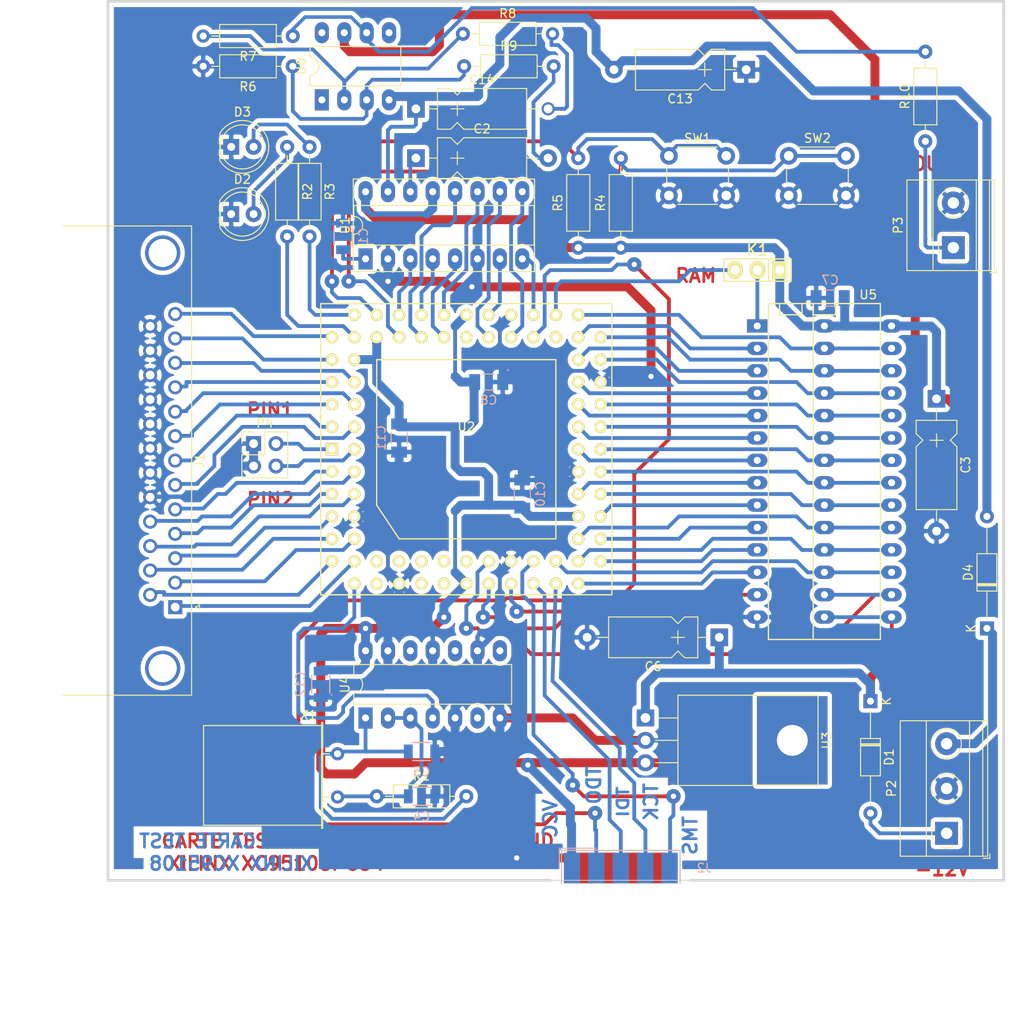
<source format=kicad_pcb>
(kicad_pcb (version 20171130) (host pcbnew "(5.0.0-rc2-dev-688-gb90f70e-dirty)")
  (title_block (title "CARTE TEST XILINX XC95108") (rev 0))
  (layers (0 Dessus signal) (31 Dessous signal) (34 B.Paste user) (35 F.Paste user) (36 B.SilkS user) (37 F.SilkS user) (38 B.Mask user) (39 F.Mask user) (44 Edge.Cuts user))
  (net 0 "")
  (net 1 +12V)
  (net 2 -12V)
  (net 3 /CSMEM)
  (net 4 /DAT0)
  (net 5 /DAT1)
  (net 6 /DAT2)
  (net 7 /DAT3)
  (net 8 /DAT4)
  (net 9 /DAT5)
  (net 10 /DAT6)
  (net 11 /DAT7)
  (net 12 /DCLK)
  (net 13 /LED1)
  (net 14 /LED2)
  (net 15 /MA0)
  (net 16 /MA1)
  (net 17 /MA2)
  (net 18 /MA3)
  (net 19 /MA4)
  (net 20 /MA5)
  (net 21 /MA6)
  (net 22 /MA7)
  (net 23 /MD0)
  (net 24 /MD1)
  (net 25 /MD10)
  (net 26 /MD11)
  (net 27 /MD12)
  (net 28 /MD13)
  (net 29 /MD14)
  (net 30 /MD2)
  (net 31 /MD3)
  (net 32 /MD4)
  (net 33 /MD5)
  (net 34 /MD6)
  (net 35 /MD7)
  (net 36 /MD8)
  (net 37 /MD9)
  (net 38 /OEMEM)
  (net 39 /PARBUS0)
  (net 40 /PARBUS1)
  (net 41 /PARBUS2)
  (net 42 /PARBUS3)
  (net 43 /PARBUS4)
  (net 44 /PARBUS5)
  (net 45 /PARBUS6)
  (net 46 /PARBUS7)
  (net 47 /PAR_AUX0/STROBE*)
  (net 48 /PAR_AUX1/ERROR*)
  (net 49 /PAR_AUX2/AUTOLF*)
  (net 50 /PAR_AUX3/SELECT*)
  (net 51 /PAR_AUX4/PE)
  (net 52 /PAR_AUX5/BUSY*)
  (net 53 /PAR_AUX6/ACK)
  (net 54 /PAR_AUX7/INIT)
  (net 55 /PAR_AUX8/SELECT)
  (net 56 /PIN_TEST0)
  (net 57 /PIN_TEST1)
  (net 58 /R/W-A14)
  (net 59 /SW0)
  (net 60 /SW1)
  (net 61 /TCK)
  (net 62 /TDI)
  (net 63 /TDO)
  (net 64 /TMS)
  (net 65 /XIN/CLK)
  (net 66 GND)
  (net 67 "Net-(C1-Pad1)")
  (net 68 "Net-(C14-Pad1)")
  (net 69 "Net-(C14-Pad2)")
  (net 70 "Net-(C2-Pad1)")
  (net 71 "Net-(C2-Pad2)")
  (net 72 "Net-(C4-Pad1)")
  (net 73 "Net-(C5-Pad1)")
  (net 74 "Net-(K1-Pad2)")
  (net 75 "Net-(P3-Pad1)")
  (net 76 "Net-(R10-Pad2)")
  (net 77 "Net-(R6-Pad1)")
  (net 78 "Net-(R7-Pad2)")
  (net 79 VCC)
  (net 80 "Net-(U2-Pad14)")
  (net 81 "Net-(U2-Pad15)")
  (net 82 "Net-(U2-Pad17)")
  (net 83 "Net-(U2-Pad18)")
  (net 84 "Net-(U2-Pad19)")
  (net 85 "Net-(U2-Pad20)")
  (net 86 "Net-(U2-Pad21)")
  (net 87 "Net-(U2-Pad23)")
  (net 88 "Net-(U2-Pad57)")
  (net 89 "Net-(U2-Pad65)")
  (net 90 "Net-(U4-Pad6)")
  (net 91 "Net-(U4-Pad8)")
  (net 92 "Net-(U4-Pad10)")
  (net 93 "Net-(U4-Pad12)")
  (net 94 "Net-(U6-Pad1)")
  (net 95 "Net-(U6-Pad5)")
  (net 96 "Net-(U6-Pad8)")
  (net 97 /+12BATT)
  (net 98 /-12BATT)
  (net 99 "Net-(D2-Pad2)")
  (net 100 "Net-(D3-Pad2)")
  (module Sockets_DIP:DIP-28__300__600_ELL (layer Dessus) (at 168.275 73.025)
    (fp_text reference U5 (at 12.573 -3.556) (layer F.SilkS))
    (fp_text value RAM_32KO)
    (pad 28 thru_hole oval (at 7.6 -0.01 270) (size 1.5 2.3) (drill 0.8) (layers *.Cu *.Mask) (net 79 VCC))
    (pad 27 thru_hole oval (at 7.6 2.53 270) (size 1.5 2.3) (drill 0.8) (layers *.Cu *.Mask) (net 58 /R/W-A14))
    (pad 26 thru_hole oval (at 7.6 5.07 270) (size 1.5 2.3) (drill 0.8) (layers *.Cu *.Mask) (net 28 /MD13))
    (pad 25 thru_hole oval (at 7.6 7.61 270) (size 1.5 2.3) (drill 0.8) (layers *.Cu *.Mask) (net 36 /MD8))
    (pad 24 thru_hole oval (at 7.6 10.15 270) (size 1.5 2.3) (drill 0.8) (layers *.Cu *.Mask) (net 37 /MD9))
    (pad 23 thru_hole oval (at 7.6 12.69 270) (size 1.5 2.3) (drill 0.8) (layers *.Cu *.Mask) (net 26 /MD11))
    (pad 22 thru_hole oval (at 7.6 15.23 270) (size 1.5 2.3) (drill 0.8) (layers *.Cu *.Mask) (net 38 /OEMEM))
    (pad 21 thru_hole oval (at 7.6 17.77 270) (size 1.5 2.3) (drill 0.8) (layers *.Cu *.Mask) (net 25 /MD10))
    (pad 20 thru_hole oval (at 7.6 20.31 270) (size 1.5 2.3) (drill 0.8) (layers *.Cu *.Mask) (net 3 /CSMEM))
    (pad 19 thru_hole oval (at 7.6 22.85 270) (size 1.5 2.3) (drill 0.8) (layers *.Cu *.Mask) (net 22 /MA7))
    (pad 18 thru_hole oval (at 7.6 25.39 270) (size 1.5 2.3) (drill 0.8) (layers *.Cu *.Mask) (net 21 /MA6))
    (pad 17 thru_hole oval (at 7.6 27.93 270) (size 1.5 2.3) (drill 0.8) (layers *.Cu *.Mask) (net 20 /MA5))
    (pad 16 thru_hole oval (at 7.6 30.47 270) (size 1.5 2.3) (drill 0.8) (layers *.Cu *.Mask) (net 19 /MA4))
    (pad 15 thru_hole oval (at 7.6 33.01 270) (size 1.5 2.3) (drill 0.8) (layers *.Cu *.Mask) (net 18 /MA3))
    (pad 28 thru_hole oval (at 15.22 -0.01 270) (size 1.5 2.3) (drill 0.8) (layers *.Cu *.Mask) (net 79 VCC))
    (pad 27 thru_hole oval (at 15.22 2.53 270) (size 1.5 2.3) (drill 0.8) (layers *.Cu *.Mask) (net 58 /R/W-A14))
    (pad 26 thru_hole oval (at 15.22 5.07 270) (size 1.5 2.3) (drill 0.8) (layers *.Cu *.Mask) (net 28 /MD13))
    (pad 25 thru_hole oval (at 15.22 7.61 270) (size 1.5 2.3) (drill 0.8) (layers *.Cu *.Mask) (net 36 /MD8))
    (pad 24 thru_hole oval (at 15.22 10.15 270) (size 1.5 2.3) (drill 0.8) (layers *.Cu *.Mask) (net 37 /MD9))
    (pad 23 thru_hole oval (at 15.22 12.69 270) (size 1.5 2.3) (drill 0.8) (layers *.Cu *.Mask) (net 26 /MD11))
    (pad 22 thru_hole oval (at 15.22 15.23 270) (size 1.5 2.3) (drill 0.8) (layers *.Cu *.Mask) (net 38 /OEMEM))
    (pad 21 thru_hole oval (at 15.22 17.77 270) (size 1.5 2.3) (drill 0.8) (layers *.Cu *.Mask) (net 25 /MD10))
    (pad 20 thru_hole oval (at 15.22 20.31 270) (size 1.5 2.3) (drill 0.8) (layers *.Cu *.Mask) (net 3 /CSMEM))
    (pad 19 thru_hole oval (at 15.22 22.85 270) (size 1.5 2.3) (drill 0.8) (layers *.Cu *.Mask) (net 22 /MA7))
    (pad 18 thru_hole oval (at 15.22 25.39 270) (size 1.5 2.3) (drill 0.8) (layers *.Cu *.Mask) (net 21 /MA6))
    (pad 17 thru_hole oval (at 15.22 27.93 270) (size 1.5 2.3) (drill 0.8) (layers *.Cu *.Mask) (net 20 /MA5))
    (pad 16 thru_hole oval (at 15.22 30.47 270) (size 1.5 2.3) (drill 0.8) (layers *.Cu *.Mask) (net 19 /MA4))
    (pad 15 thru_hole oval (at 15.22 33.01 270) (size 1.5 2.3) (drill 0.8) (layers *.Cu *.Mask) (net 18 /MA3))
    (pad 14 thru_hole oval (at -0.02 33.01 270) (size 1.5 2.3) (drill 0.8) (layers *.Cu *.Mask) (net 66 GND))
    (pad 13 thru_hole oval (at -0.02 30.47 270) (size 1.5 2.3) (drill 0.8) (layers *.Cu *.Mask) (net 17 /MA2))
    (pad 12 thru_hole oval (at -0.02 27.93 270) (size 1.5 2.3) (drill 0.8) (layers *.Cu *.Mask) (net 16 /MA1))
    (pad 11 thru_hole oval (at -0.02 25.39 270) (size 1.5 2.3) (drill 0.8) (layers *.Cu *.Mask) (net 15 /MA0))
    (pad 10 thru_hole oval (at -0.02 22.85 270) (size 1.5 2.3) (drill 0.8) (layers *.Cu *.Mask) (net 23 /MD0))
    (pad 9 thru_hole oval (at -0.02 20.31 270) (size 1.5 2.3) (drill 0.8) (layers *.Cu *.Mask) (net 24 /MD1))
    (pad 8 thru_hole oval (at -0.02 17.77 270) (size 1.5 2.3) (drill 0.8) (layers *.Cu *.Mask) (net 30 /MD2))
    (pad 7 thru_hole oval (at -0.02 15.23 270) (size 1.5 2.3) (drill 0.8) (layers *.Cu *.Mask) (net 31 /MD3))
    (pad 6 thru_hole oval (at -0.02 12.69 270) (size 1.5 2.3) (drill 0.8) (layers *.Cu *.Mask) (net 32 /MD4))
    (pad 5 thru_hole oval (at -0.02 10.15 270) (size 1.5 2.3) (drill 0.8) (layers *.Cu *.Mask) (net 33 /MD5))
    (pad 4 thru_hole oval (at -0.02 7.61 270) (size 1.5 2.3) (drill 0.8) (layers *.Cu *.Mask) (net 34 /MD6))
    (pad 3 thru_hole oval (at -0.02 5.07 270) (size 1.5 2.3) (drill 0.8) (layers *.Cu *.Mask) (net 35 /MD7))
    (pad 2 thru_hole oval (at -0.02 2.53 270) (size 1.5 2.3) (drill 0.8) (layers *.Cu *.Mask) (net 27 /MD12))
    (pad 1 thru_hole rect (at -0.02 -0.01 270) (size 1.5 2.3) (drill 0.8) (layers *.Cu *.Mask) (net 74 "Net-(K1-Pad2)"))
  )
  (module Button_Switch_THT:SW_PUSH_6mm_h4.3mm (layer Dessus) (at 158.242 53.721)
    (fp_text reference SW1 (at 3.25 -2) (layer F.SilkS))
    (fp_text value SW_PUSH)
    (pad 1 thru_hole circle (at 6.5 0 90) (size 2 2) (drill 1.1) (layers *.Cu *.Mask) (net 59 /SW0))
    (pad 2 thru_hole circle (at 6.5 4.5 90) (size 2 2) (drill 1.1) (layers *.Cu *.Mask) (net 66 GND))
    (pad 1 thru_hole circle (at 0 0 90) (size 2 2) (drill 1.1) (layers *.Cu *.Mask) (net 59 /SW0))
    (pad 2 thru_hole circle (at 0 4.5 90) (size 2 2) (drill 1.1) (layers *.Cu *.Mask) (net 66 GND))
  )
  (module Button_Switch_THT:SW_PUSH_6mm_h4.3mm (layer Dessus) (at 171.831 53.721)
    (fp_text reference SW2 (at 3.25 -2) (layer F.SilkS))
    (fp_text value SW_PUSH)
    (pad 1 thru_hole circle (at 6.5 0 90) (size 2 2) (drill 1.1) (layers *.Cu *.Mask) (net 60 /SW1))
    (pad 2 thru_hole circle (at 6.5 4.5 90) (size 2 2) (drill 1.1) (layers *.Cu *.Mask) (net 66 GND))
    (pad 1 thru_hole circle (at 0 0 90) (size 2 2) (drill 1.1) (layers *.Cu *.Mask) (net 60 /SW1))
    (pad 2 thru_hole circle (at 0 4.5 90) (size 2 2) (drill 1.1) (layers *.Cu *.Mask) (net 66 GND))
  )
  (module Package_DIP:DIP-14_W7.62mm_LongPads (layer Dessus) (at 123.825 117.475 90)
    (fp_text reference U4 (at 3.81 -2.33 90) (layer F.SilkS))
    (fp_text value 74HC04)
    (pad 14 thru_hole oval (at 7.62 0 90) (size 2.4 1.6) (drill 0.8) (layers *.Cu *.Mask) (net 79 VCC))
    (pad 7 thru_hole oval (at 0 15.24 90) (size 2.4 1.6) (drill 0.8) (layers *.Cu *.Mask) (net 66 GND))
    (pad 13 thru_hole oval (at 7.62 2.54 90) (size 2.4 1.6) (drill 0.8) (layers *.Cu *.Mask) (net 66 GND))
    (pad 6 thru_hole oval (at 0 12.7 90) (size 2.4 1.6) (drill 0.8) (layers *.Cu *.Mask) (net 90 "Net-(U4-Pad6)"))
    (pad 12 thru_hole oval (at 7.62 5.08 90) (size 2.4 1.6) (drill 0.8) (layers *.Cu *.Mask) (net 93 "Net-(U4-Pad12)"))
    (pad 5 thru_hole oval (at 0 10.16 90) (size 2.4 1.6) (drill 0.8) (layers *.Cu *.Mask) (net 66 GND))
    (pad 11 thru_hole oval (at 7.62 7.62 90) (size 2.4 1.6) (drill 0.8) (layers *.Cu *.Mask) (net 66 GND))
    (pad 4 thru_hole oval (at 0 7.62 90) (size 2.4 1.6) (drill 0.8) (layers *.Cu *.Mask) (net 65 /XIN/CLK))
    (pad 10 thru_hole oval (at 7.62 10.16 90) (size 2.4 1.6) (drill 0.8) (layers *.Cu *.Mask) (net 92 "Net-(U4-Pad10)"))
    (pad 3 thru_hole oval (at 0 5.08 90) (size 2.4 1.6) (drill 0.8) (layers *.Cu *.Mask) (net 72 "Net-(C4-Pad1)"))
    (pad 9 thru_hole oval (at 7.62 12.7 90) (size 2.4 1.6) (drill 0.8) (layers *.Cu *.Mask) (net 66 GND))
    (pad 2 thru_hole oval (at 0 2.54 90) (size 2.4 1.6) (drill 0.8) (layers *.Cu *.Mask) (net 72 "Net-(C4-Pad1)"))
    (pad 8 thru_hole oval (at 7.62 15.24 90) (size 2.4 1.6) (drill 0.8) (layers *.Cu *.Mask) (net 91 "Net-(U4-Pad8)"))
    (pad 1 thru_hole rect (at 0 0 90) (size 2.4 1.6) (drill 0.8) (layers *.Cu *.Mask) (net 73 "Net-(C5-Pad1)"))
  )
  (module Connector_PinHeader_2.54mm:PinHeader_2x02_P2.54mm_Vertical (layer Dessus) (at 111.125 86.36)
    (fp_text reference P4 (at 1.27 -2.33) (layer F.SilkS))
    (fp_text value CONN_2X2)
    (pad 4 thru_hole oval (at 2.54 2.54) (size 1.7 1.7) (drill 1) (layers *.Cu *.Mask) (net 57 /PIN_TEST1))
    (pad 3 thru_hole oval (at 0 2.54) (size 1.7 1.7) (drill 1) (layers *.Cu *.Mask) (net 66 GND))
    (pad 2 thru_hole oval (at 2.54 0) (size 1.7 1.7) (drill 1) (layers *.Cu *.Mask) (net 56 /PIN_TEST0))
    (pad 1 thru_hole rect (at 0 0) (size 1.7 1.7) (drill 1) (layers *.Cu *.Mask) (net 66 GND))
  )
  (module Diode_THT:D_DO-35_SOD27_P12.70mm_Horizontal (layer Dessus) (at 181.102 115.57 270)
    (fp_text reference D1 (at 6.35 -2.12 270) (layer F.SilkS))
    (fp_text value 1N4004)
    (fp_text user K (at 0 -1.8 270) (layer F.SilkS))
    (pad 2 thru_hole oval (at 12.7 0 270) (size 1.6 1.6) (drill 0.8) (layers *.Cu *.Mask) (net 97 /+12BATT))
    (pad 1 thru_hole rect (at 0 0 270) (size 1.6 1.6) (drill 0.8) (layers *.Cu *.Mask) (net 1 +12V))
  )
  (module Diode_THT:D_DO-35_SOD27_P12.70mm_Horizontal (layer Dessus) (at 194.31 107.315 90)
    (fp_text reference D4 (at 6.35 -2.12 90) (layer F.SilkS))
    (fp_text value 1N4004)
    (fp_text user K (at 0 -1.8 90) (layer F.SilkS))
    (pad 2 thru_hole oval (at 12.7 0 90) (size 1.6 1.6) (drill 0.8) (layers *.Cu *.Mask) (net 2 -12V))
    (pad 1 thru_hole rect (at 0 0 90) (size 1.6 1.6) (drill 0.8) (layers *.Cu *.Mask) (net 98 /-12BATT))
  )
  (module Package_TO_SOT_THT:TO-220-3_Horizontal_TabDown (layer Dessus) (at 155.575 117.475 270)
    (fp_text reference U3 (at 2.54 -20.58 270) (layer F.SilkS))
    (fp_text value LM7805)
    (pad 3 thru_hole oval (at 5.08 0 270) (size 1.905 2) (drill 1.1) (layers *.Cu *.Mask) (net 79 VCC))
    (pad 2 thru_hole oval (at 2.54 0 270) (size 1.905 2) (drill 1.1) (layers *.Cu *.Mask) (net 66 GND))
    (pad 1 thru_hole rect (at 0 0 270) (size 1.905 2) (drill 1.1) (layers *.Cu *.Mask) (net 1 +12V))
    (pad "" np_thru_hole rect (at 2.54 -16.66 270) (size 10 8) (drill 3.5) (layers *.Cu *.Mask))
  )
  (module Capacitor_THT:CP_Axial_L10.0mm_D4.5mm_P15.00mm_Horizontal (layer Dessus) (at 129.54 53.975)
    (fp_text reference C2 (at 7.5 -3.31) (layer F.SilkS))
    (fp_text value 10uF)
    (pad 1 thru_hole rect (at 0 0) (size 2 2) (drill 1) (layers *.Cu *.Mask) (net 70 "Net-(C2-Pad1)"))
    (pad 2 thru_hole oval (at 15 0) (size 2 2) (drill 1) (layers *.Cu *.Mask) (net 71 "Net-(C2-Pad2)"))
  )
  (module Capacitor_THT:CP_Axial_L10.0mm_D4.5mm_P15.00mm_Horizontal (layer Dessus) (at 188.595 81.28 270)
    (fp_text reference C3 (at 7.5 -3.31 270) (layer F.SilkS))
    (fp_text value 10uF)
    (pad 2 thru_hole oval (at 15 0 270) (size 2 2) (drill 1) (layers *.Cu *.Mask) (net 66 GND))
    (pad 1 thru_hole rect (at 0 0 270) (size 2 2) (drill 1) (layers *.Cu *.Mask) (net 79 VCC))
  )
  (module Capacitor_THT:CP_Axial_L10.0mm_D4.5mm_P15.00mm_Horizontal (layer Dessus) (at 163.957 108.331 180)
    (fp_text reference C6 (at 7.5 -3.31 180) (layer F.SilkS))
    (fp_text value 47uF)
    (pad 1 thru_hole rect (at 0 0 180) (size 2 2) (drill 1) (layers *.Cu *.Mask) (net 1 +12V))
    (pad 2 thru_hole oval (at 15 0 180) (size 2 2) (drill 1) (layers *.Cu *.Mask) (net 66 GND))
  )
  (module Capacitor_THT:CP_Axial_L10.0mm_D4.5mm_P15.00mm_Horizontal (layer Dessus) (at 167.005 43.942 180)
    (fp_text reference C13 (at 7.5 -3.31 180) (layer F.SilkS))
    (fp_text value 10uF)
    (pad 2 thru_hole oval (at 15 0 180) (size 2 2) (drill 1) (layers *.Cu *.Mask) (net 2 -12V))
    (pad 1 thru_hole rect (at 0 0 180) (size 2 2) (drill 1) (layers *.Cu *.Mask) (net 66 GND))
  )
  (module Capacitor_THT:CP_Axial_L10.0mm_D4.5mm_P15.00mm_Horizontal (layer Dessus) (at 129.54 48.387)
    (fp_text reference C14 (at 7.5 -3.31) (layer F.SilkS))
    (fp_text value 10uF)
    (pad 1 thru_hole rect (at 0 0) (size 2 2) (drill 1) (layers *.Cu *.Mask) (net 68 "Net-(C14-Pad1)"))
    (pad 2 thru_hole circle (at 15 0) (size 1.5 1.5) (drill 1) (layers *.Cu *.Mask) (net 69 "Net-(C14-Pad2)"))
  )
  (module TerminalBlock_Phoenix:TerminalBlock_Phoenix_MKDS-1,5-2-5.08_1x02_P5.08mm_Horizontal (layer Dessus) (at 190.5 64.135 90)
    (fp_text reference P3 (at 2.54 -6.26 90) (layer F.SilkS))
    (fp_text value CONN_2)
    (pad 1 thru_hole rect (at 0 0 90) (size 2.6 2.6) (drill 1.3) (layers *.Cu *.Mask) (net 75 "Net-(P3-Pad1)"))
    (pad 2 thru_hole circle (at 5.08 0 90) (size 2.6 2.6) (drill 1.3) (layers *.Cu *.Mask) (net 66 GND))
  )
  (module TerminalBlock_Phoenix:TerminalBlock_Phoenix_MKDS-1,5-3-5.08_1x03_P5.08mm_Horizontal (layer Dessus) (at 189.738 130.556 90)
    (fp_text reference P2 (at 5.08 -6.26 90) (layer F.SilkS))
    (fp_text value CONN_3)
    (pad 1 thru_hole rect (at 0 0 90) (size 2.6 2.6) (drill 1.3) (layers *.Cu *.Mask) (net 97 /+12BATT))
    (pad 2 thru_hole circle (at 5.08 0 90) (size 2.6 2.6) (drill 1.3) (layers *.Cu *.Mask) (net 66 GND))
    (pad 3 thru_hole circle (at 10.16 0 90) (size 2.6 2.6) (drill 1.3) (layers *.Cu *.Mask) (net 98 /-12BATT))
  )
  (module Connector_Dsub:DSUB-9_Female_EdgeMount_P2.77mm (layer Dessous) (at 152.781 134.493 180)
    (fp_text reference J2 (at -9.463333 0 180) (layer B.SilkS) (effects (justify mirror)))
    (fp_text value DB9FEM)
    (pad 1 smd rect (at 5.54 0 180) (size 1.846667 3.48) (layers Dessous B.Paste B.Mask) (net 79 VCC))
    (pad 2 smd rect (at 2.77 0 180) (size 1.846667 3.48) (layers Dessous B.Paste B.Mask) (net 63 /TDO))
    (pad 3 smd rect (at 0 0 180) (size 1.846667 3.48) (layers Dessous B.Paste B.Mask) (net 62 /TDI))
    (pad 4 smd rect (at -2.77 0 180) (size 1.846667 3.48) (layers Dessous B.Paste B.Mask) (net 61 /TCK))
    (pad 5 smd rect (at -5.54 0 180) (size 1.846667 3.48) (layers Dessous B.Paste B.Mask) (net 64 /TMS))
    (pad 6 smd rect (at 4.155 0 180) (size 1.846667 3.48) (layers Dessus F.Paste F.Mask) (net 66 GND))
    (pad 7 smd rect (at 1.385 0 180) (size 1.846667 3.48) (layers Dessus F.Paste F.Mask) (net 66 GND))
    (pad 8 smd rect (at -1.385 0 180) (size 1.846667 3.48) (layers Dessus F.Paste F.Mask) (net 66 GND))
    (pad 9 smd rect (at -4.155 0 180) (size 1.846667 3.48) (layers Dessus F.Paste F.Mask) (net 66 GND))
  )
  (module Connector_Dsub:DSUB-25_Female_Horizontal_P2.77x2.84mm_EdgePinOffset9.90mm_Housed_MountingHolesOffset11.32mm (layer Dessus) (at 102.235 104.902 270)
    (fp_text reference J1 (at -16.62 -2.8 270) (layer F.SilkS))
    (fp_text value DB25)
    (pad 1 thru_hole rect (at 0 0 270) (size 1.6 1.6) (drill 1) (layers *.Cu *.Mask) (net 47 /PAR_AUX0/STROBE*))
    (pad 2 thru_hole circle (at -2.77 0 270) (size 1.6 1.6) (drill 1) (layers *.Cu *.Mask) (net 39 /PARBUS0))
    (pad 3 thru_hole circle (at -5.54 0 270) (size 1.6 1.6) (drill 1) (layers *.Cu *.Mask) (net 40 /PARBUS1))
    (pad 4 thru_hole circle (at -8.31 0 270) (size 1.6 1.6) (drill 1) (layers *.Cu *.Mask) (net 41 /PARBUS2))
    (pad 5 thru_hole circle (at -11.08 0 270) (size 1.6 1.6) (drill 1) (layers *.Cu *.Mask) (net 42 /PARBUS3))
    (pad 6 thru_hole circle (at -13.85 0 270) (size 1.6 1.6) (drill 1) (layers *.Cu *.Mask) (net 43 /PARBUS4))
    (pad 7 thru_hole circle (at -16.62 0 270) (size 1.6 1.6) (drill 1) (layers *.Cu *.Mask) (net 44 /PARBUS5))
    (pad 8 thru_hole circle (at -19.39 0 270) (size 1.6 1.6) (drill 1) (layers *.Cu *.Mask) (net 45 /PARBUS6))
    (pad 9 thru_hole circle (at -22.16 0 270) (size 1.6 1.6) (drill 1) (layers *.Cu *.Mask) (net 46 /PARBUS7))
    (pad 10 thru_hole circle (at -24.93 0 270) (size 1.6 1.6) (drill 1) (layers *.Cu *.Mask) (net 53 /PAR_AUX6/ACK))
    (pad 11 thru_hole circle (at -27.7 0 270) (size 1.6 1.6) (drill 1) (layers *.Cu *.Mask) (net 52 /PAR_AUX5/BUSY*))
    (pad 12 thru_hole circle (at -30.47 0 270) (size 1.6 1.6) (drill 1) (layers *.Cu *.Mask) (net 51 /PAR_AUX4/PE))
    (pad 13 thru_hole circle (at -33.24 0 270) (size 1.6 1.6) (drill 1) (layers *.Cu *.Mask) (net 50 /PAR_AUX3/SELECT*))
    (pad 14 thru_hole circle (at -1.385 2.84 270) (size 1.6 1.6) (drill 1) (layers *.Cu *.Mask) (net 49 /PAR_AUX2/AUTOLF*))
    (pad 15 thru_hole circle (at -4.155 2.84 270) (size 1.6 1.6) (drill 1) (layers *.Cu *.Mask) (net 48 /PAR_AUX1/ERROR*))
    (pad 16 thru_hole circle (at -6.925 2.84 270) (size 1.6 1.6) (drill 1) (layers *.Cu *.Mask) (net 54 /PAR_AUX7/INIT))
    (pad 17 thru_hole circle (at -9.695 2.84 270) (size 1.6 1.6) (drill 1) (layers *.Cu *.Mask) (net 55 /PAR_AUX8/SELECT))
    (pad 18 thru_hole circle (at -12.465 2.84 270) (size 1.6 1.6) (drill 1) (layers *.Cu *.Mask) (net 66 GND))
    (pad 19 thru_hole circle (at -15.235 2.84 270) (size 1.6 1.6) (drill 1) (layers *.Cu *.Mask) (net 66 GND))
    (pad 20 thru_hole circle (at -18.005 2.84 270) (size 1.6 1.6) (drill 1) (layers *.Cu *.Mask) (net 66 GND))
    (pad 21 thru_hole circle (at -20.775 2.84 270) (size 1.6 1.6) (drill 1) (layers *.Cu *.Mask) (net 66 GND))
    (pad 22 thru_hole circle (at -23.545 2.84 270) (size 1.6 1.6) (drill 1) (layers *.Cu *.Mask) (net 66 GND))
    (pad 23 thru_hole circle (at -26.315 2.84 270) (size 1.6 1.6) (drill 1) (layers *.Cu *.Mask) (net 66 GND))
    (pad 24 thru_hole circle (at -29.085 2.84 270) (size 1.6 1.6) (drill 1) (layers *.Cu *.Mask) (net 66 GND))
    (pad 25 thru_hole circle (at -31.855 2.84 270) (size 1.6 1.6) (drill 1) (layers *.Cu *.Mask) (net 66 GND))
    (pad 0 thru_hole circle (at -40.17 1.42 270) (size 4 4) (drill 3.2) (layers *.Cu *.Mask))
    (pad 0 thru_hole circle (at 6.93 1.42 270) (size 4 4) (drill 3.2) (layers *.Cu *.Mask))
  )
  (module Package_DIP:DIP-8_W7.62mm_LongPads (layer Dessus) (at 118.872 47.371 90)
    (fp_text reference U6 (at 3.81 -2.33 90) (layer F.SilkS))
    (fp_text value LM318N)
    (pad 1 thru_hole rect (at 0 0 90) (size 2.4 1.6) (drill 0.8) (layers *.Cu *.Mask) (net 94 "Net-(U6-Pad1)"))
    (pad 5 thru_hole oval (at 7.62 7.62 90) (size 2.4 1.6) (drill 0.8) (layers *.Cu *.Mask) (net 95 "Net-(U6-Pad5)"))
    (pad 2 thru_hole oval (at 0 2.54 90) (size 2.4 1.6) (drill 0.8) (layers *.Cu *.Mask) (net 78 "Net-(R7-Pad2)"))
    (pad 6 thru_hole oval (at 7.62 5.08 90) (size 2.4 1.6) (drill 0.8) (layers *.Cu *.Mask) (net 76 "Net-(R10-Pad2)"))
    (pad 3 thru_hole oval (at 0 5.08 90) (size 2.4 1.6) (drill 0.8) (layers *.Cu *.Mask) (net 77 "Net-(R6-Pad1)"))
    (pad 7 thru_hole oval (at 7.62 2.54 90) (size 2.4 1.6) (drill 0.8) (layers *.Cu *.Mask) (net 1 +12V))
    (pad 4 thru_hole oval (at 0 7.62 90) (size 2.4 1.6) (drill 0.8) (layers *.Cu *.Mask) (net 2 -12V))
    (pad 8 thru_hole oval (at 7.62 0 90) (size 2.4 1.6) (drill 0.8) (layers *.Cu *.Mask) (net 96 "Net-(U6-Pad8)"))
  )
  (module Capacitor_SMD:C_1206_3216Metric_Pad1.24x1.80mm_HandSolder (layer Dessous) (at 176.53 69.85 180)
    (fp_text reference C7 (at 0 2.05 180) (layer B.SilkS) (effects (justify mirror)))
    (fp_text value 100nF)
    (pad 2 smd rect (at 1.5925 0 180) (size 1.245 1.8) (layers Dessous B.Paste B.Mask) (net 66 GND))
    (pad 1 smd rect (at -1.5925 0 180) (size 1.245 1.8) (layers Dessous B.Paste B.Mask) (net 79 VCC))
  )
  (module Capacitor_SMD:C_1206_3216Metric_Pad1.24x1.80mm_HandSolder (layer Dessous) (at 137.795 79.375)
    (fp_text reference C8 (at 0 2.05) (layer B.SilkS) (effects (justify mirror)))
    (fp_text value 100nF)
    (pad 1 smd rect (at -1.5925 0) (size 1.245 1.8) (layers Dessous B.Paste B.Mask) (net 79 VCC))
    (pad 2 smd rect (at 1.5925 0) (size 1.245 1.8) (layers Dessous B.Paste B.Mask) (net 66 GND))
  )
  (module Capacitor_SMD:C_1206_3216Metric_Pad1.24x1.80mm_HandSolder (layer Dessous) (at 141.605 92.075 90)
    (fp_text reference C10 (at 0 2.05 90) (layer B.SilkS) (effects (justify mirror)))
    (fp_text value 100nF)
    (pad 2 smd rect (at 1.5925 0 90) (size 1.245 1.8) (layers Dessous B.Paste B.Mask) (net 66 GND))
    (pad 1 smd rect (at -1.5925 0 90) (size 1.245 1.8) (layers Dessous B.Paste B.Mask) (net 79 VCC))
  )
  (module Capacitor_SMD:C_1206_3216Metric_Pad1.24x1.80mm_HandSolder (layer Dessous) (at 127.635 85.725 270)
    (fp_text reference C11 (at 0 2.05 270) (layer B.SilkS) (effects (justify mirror)))
    (fp_text value 100nF)
    (pad 1 smd rect (at -1.5925 0 270) (size 1.245 1.8) (layers Dessous B.Paste B.Mask) (net 79 VCC))
    (pad 2 smd rect (at 1.5925 0 270) (size 1.245 1.8) (layers Dessous B.Paste B.Mask) (net 66 GND))
  )
  (module LED_THT:LED_D5.0mm (layer Dessus) (at 108.585 60.325)
    (fp_text reference D2 (at 1.27 -3.96) (layer F.SilkS))
    (fp_text value LED)
    (pad 2 thru_hole circle (at 2.54 0) (size 1.8 1.8) (drill 0.9) (layers *.Cu *.Mask) (net 99 "Net-(D2-Pad2)"))
    (pad 1 thru_hole rect (at 0 0) (size 1.8 1.8) (drill 0.9) (layers *.Cu *.Mask) (net 66 GND))
  )
  (module LED_THT:LED_D5.0mm (layer Dessus) (at 108.585 52.705)
    (fp_text reference D3 (at 1.27 -3.96) (layer F.SilkS))
    (fp_text value LED)
    (pad 1 thru_hole rect (at 0 0) (size 1.8 1.8) (drill 0.9) (layers *.Cu *.Mask) (net 66 GND))
    (pad 2 thru_hole circle (at 2.54 0) (size 1.8 1.8) (drill 0.9) (layers *.Cu *.Mask) (net 100 "Net-(D3-Pad2)"))
  )
  (module Crystal:Crystal_HC18-U_Horizontal (layer Dessus) (at 120.65 121.539 270)
    (fp_text reference X1 (at -4.375 3.3125) (layer F.SilkS))
    (fp_text value 10MHz)
    (pad 1 thru_hole circle (at 0 0 270) (size 1.5 1.5) (drill 0.8) (layers *.Cu *.Mask) (net 73 "Net-(C5-Pad1)"))
    (pad 2 thru_hole circle (at 4.9 0 270) (size 1.5 1.5) (drill 0.8) (layers *.Cu *.Mask) (net 72 "Net-(C4-Pad1)"))
  )
  (module Package_DIP:DIP-16_W7.62mm_Socket_LongPads (layer Dessus) (at 123.825 65.405 90)
    (fp_text reference U1 (at 3.81 -2.33 90) (layer F.SilkS))
    (fp_text value TDA8702)
    (pad 1 thru_hole rect (at 0 0 90) (size 2.4 1.6) (drill 0.8) (layers *.Cu *.Mask) (net 67 "Net-(C1-Pad1)"))
    (pad 9 thru_hole oval (at 7.62 17.78 90) (size 2.4 1.6) (drill 0.8) (layers *.Cu *.Mask) (net 9 /DAT5))
    (pad 2 thru_hole oval (at 0 2.54 90) (size 2.4 1.6) (drill 0.8) (layers *.Cu *.Mask) (net 66 GND))
    (pad 10 thru_hole oval (at 7.62 15.24 90) (size 2.4 1.6) (drill 0.8) (layers *.Cu *.Mask) (net 8 /DAT4))
    (pad 3 thru_hole oval (at 0 5.08 90) (size 2.4 1.6) (drill 0.8) (layers *.Cu *.Mask) (net 6 /DAT2))
    (pad 11 thru_hole oval (at 7.62 12.7 90) (size 2.4 1.6) (drill 0.8) (layers *.Cu *.Mask) (net 5 /DAT1))
    (pad 4 thru_hole oval (at 0 7.62 90) (size 2.4 1.6) (drill 0.8) (layers *.Cu *.Mask) (net 7 /DAT3))
    (pad 12 thru_hole oval (at 7.62 10.16 90) (size 2.4 1.6) (drill 0.8) (layers *.Cu *.Mask) (net 4 /DAT0))
    (pad 5 thru_hole oval (at 0 10.16 90) (size 2.4 1.6) (drill 0.8) (layers *.Cu *.Mask) (net 12 /DCLK))
    (pad 13 thru_hole oval (at 7.62 7.62 90) (size 2.4 1.6) (drill 0.8) (layers *.Cu *.Mask) (net 79 VCC))
    (pad 6 thru_hole oval (at 0 12.7 90) (size 2.4 1.6) (drill 0.8) (layers *.Cu *.Mask) (net 66 GND))
    (pad 14 thru_hole oval (at 7.62 5.08 90) (size 2.4 1.6) (drill 0.8) (layers *.Cu *.Mask) (net 70 "Net-(C2-Pad1)"))
    (pad 7 thru_hole oval (at 0 15.24 90) (size 2.4 1.6) (drill 0.8) (layers *.Cu *.Mask) (net 11 /DAT7))
    (pad 15 thru_hole oval (at 7.62 2.54 90) (size 2.4 1.6) (drill 0.8) (layers *.Cu *.Mask) (net 68 "Net-(C14-Pad1)"))
    (pad 8 thru_hole oval (at 0 17.78 90) (size 2.4 1.6) (drill 0.8) (layers *.Cu *.Mask) (net 10 /DAT6))
    (pad 16 thru_hole oval (at 7.62 0 90) (size 2.4 1.6) (drill 0.8) (layers *.Cu *.Mask) (net 79 VCC))
  )
  (module Resistor_THT:R_Axial_DIN0207_L6.3mm_D2.5mm_P10.16mm_Horizontal (layer Dessus) (at 117.475 52.705 270)
    (fp_text reference R3 (at 5.08 -2.31 270) (layer F.SilkS))
    (fp_text value 330)
    (pad 2 thru_hole oval (at 10.16 0 270) (size 1.6 1.6) (drill 0.8) (layers *.Cu *.Mask) (net 14 /LED2))
    (pad 1 thru_hole circle (at 0 0 270) (size 1.6 1.6) (drill 0.8) (layers *.Cu *.Mask) (net 100 "Net-(D3-Pad2)"))
  )
  (module Resistor_THT:R_Axial_DIN0207_L6.3mm_D2.5mm_P10.16mm_Horizontal (layer Dessus) (at 115.57 40.132 180)
    (fp_text reference R7 (at 5.08 -2.31 180) (layer F.SilkS))
    (fp_text value 1,1K)
    (pad 1 thru_hole circle (at 0 0 180) (size 1.6 1.6) (drill 0.8) (layers *.Cu *.Mask) (net 76 "Net-(R10-Pad2)"))
    (pad 2 thru_hole circle (at 10.16 0 180) (size 1.5 1.5) (drill 0.8) (layers *.Cu *.Mask) (net 78 "Net-(R7-Pad2)"))
  )
  (module Resistor_THT:R_Axial_DIN0207_L6.3mm_D2.5mm_P10.16mm_Horizontal (layer Dessus) (at 115.57 43.561 180)
    (fp_text reference R6 (at 5.08 -2.31 180) (layer F.SilkS))
    (fp_text value 1,1k)
    (pad 2 thru_hole oval (at 10.16 0 180) (size 1.6 1.6) (drill 0.8) (layers *.Cu *.Mask) (net 66 GND))
    (pad 1 thru_hole circle (at 0 0 180) (size 1.6 1.6) (drill 0.8) (layers *.Cu *.Mask) (net 77 "Net-(R6-Pad1)"))
  )
  (module Resistor_THT:R_Axial_DIN0207_L6.3mm_D2.5mm_P10.16mm_Horizontal (layer Dessus) (at 147.955 64.135 90)
    (fp_text reference R5 (at 5.08 -2.31 90) (layer F.SilkS))
    (fp_text value 4,7K)
    (pad 1 thru_hole circle (at 0 0 90) (size 1.6 1.6) (drill 0.8) (layers *.Cu *.Mask) (net 79 VCC))
    (pad 2 thru_hole oval (at 10.16 0 90) (size 1.6 1.6) (drill 0.8) (layers *.Cu *.Mask) (net 59 /SW0))
  )
  (module Resistor_THT:R_Axial_DIN0207_L6.3mm_D2.5mm_P10.16mm_Horizontal (layer Dessus) (at 152.781 64.135 90)
    (fp_text reference R4 (at 5.08 -2.31 90) (layer F.SilkS))
    (fp_text value 4,7K)
    (pad 2 thru_hole oval (at 10.16 0 90) (size 1.6 1.6) (drill 0.8) (layers *.Cu *.Mask) (net 60 /SW1))
    (pad 1 thru_hole circle (at 0 0 90) (size 1.6 1.6) (drill 0.8) (layers *.Cu *.Mask) (net 79 VCC))
  )
  (module Resistor_THT:R_Axial_DIN0207_L6.3mm_D2.5mm_P10.16mm_Horizontal (layer Dessus) (at 125.095 126.365)
    (fp_text reference R1 (at 5.08 -2.31) (layer F.SilkS))
    (fp_text value 100K)
    (pad 1 thru_hole circle (at 0 0) (size 1.6 1.6) (drill 0.8) (layers *.Cu *.Mask) (net 72 "Net-(C4-Pad1)"))
    (pad 2 thru_hole oval (at 10.16 0) (size 1.6 1.6) (drill 0.8) (layers *.Cu *.Mask) (net 73 "Net-(C5-Pad1)"))
  )
  (module Resistor_THT:R_Axial_DIN0207_L6.3mm_D2.5mm_P10.16mm_Horizontal (layer Dessus) (at 135.001 43.561)
    (fp_text reference R9 (at 5.08 -2.31) (layer F.SilkS))
    (fp_text value 2,2K)
    (pad 2 thru_hole oval (at 10.16 0) (size 1.6 1.6) (drill 0.8) (layers *.Cu *.Mask) (net 71 "Net-(C2-Pad2)"))
    (pad 1 thru_hole circle (at 0 0) (size 1.6 1.6) (drill 0.8) (layers *.Cu *.Mask) (net 77 "Net-(R6-Pad1)"))
  )
  (module Resistor_THT:R_Axial_DIN0207_L6.3mm_D2.5mm_P10.16mm_Horizontal (layer Dessus) (at 187.325 52.07 90)
    (fp_text reference R10 (at 5.08 -2.31 90) (layer F.SilkS))
    (fp_text value 75)
    (pad 1 thru_hole circle (at 0 0 90) (size 1.6 1.6) (drill 0.8) (layers *.Cu *.Mask) (net 75 "Net-(P3-Pad1)"))
    (pad 2 thru_hole oval (at 10.16 0 90) (size 1.6 1.6) (drill 0.8) (layers *.Cu *.Mask) (net 76 "Net-(R10-Pad2)"))
  )
  (module Resistor_THT:R_Axial_DIN0207_L6.3mm_D2.5mm_P10.16mm_Horizontal (layer Dessus) (at 134.874 39.878)
    (fp_text reference R8 (at 5.08 -2.31) (layer F.SilkS))
    (fp_text value 2,2K)
    (pad 2 thru_hole circle (at 10.16 0) (size 1.5 1.5) (drill 0.8) (layers *.Cu *.Mask) (net 69 "Net-(C14-Pad2)"))
    (pad 1 thru_hole circle (at 0 0) (size 1.6 1.6) (drill 0.8) (layers *.Cu *.Mask) (net 78 "Net-(R7-Pad2)"))
  )
  (module Resistor_THT:R_Axial_DIN0207_L6.3mm_D2.5mm_P10.16mm_Horizontal (layer Dessus) (at 114.935 52.705 270)
    (fp_text reference R2 (at 5.08 -2.31 270) (layer F.SilkS))
    (fp_text value 330)
    (pad 1 thru_hole circle (at 0 0 270) (size 1.6 1.6) (drill 0.8) (layers *.Cu *.Mask) (net 99 "Net-(D2-Pad2)"))
    (pad 2 thru_hole oval (at 10.16 0 270) (size 1.6 1.6) (drill 0.8) (layers *.Cu *.Mask) (net 13 /LED1))
  )
  (module Capacitors_SMD:C_1206 (layer Dessous) (at 121.285 62.865 90)
    (fp_text reference C1 (at 0 2.3 90) (layer B.SilkS) (effects (justify mirror)))
    (fp_text value 100nF)
    (pad 1 smd rect (at -1.5 0 90) (size 1 1.6) (layers Dessous B.Paste B.Mask) (net 67 "Net-(C1-Pad1)"))
    (pad 2 smd rect (at 1.5 0 90) (size 1 1.6) (layers Dessous B.Paste B.Mask) (net 66 GND))
  )
  (module Capacitors_SMD:C_1206 (layer Dessous) (at 130.175 126.365)
    (fp_text reference C4 (at 0 2.3) (layer B.SilkS) (effects (justify mirror)))
    (fp_text value 22pF)
    (pad 1 smd rect (at -1.5 0) (size 1 1.6) (layers Dessous B.Paste B.Mask) (net 72 "Net-(C4-Pad1)"))
    (pad 2 smd rect (at 1.5 0) (size 1 1.6) (layers Dessous B.Paste B.Mask) (net 66 GND))
  )
  (module Capacitors_SMD:C_1206 (layer Dessous) (at 130.175 121.285)
    (fp_text reference C5 (at 0 2.3) (layer B.SilkS) (effects (justify mirror)))
    (fp_text value 22pF)
    (pad 1 smd rect (at -1.5 0) (size 1 1.6) (layers Dessous B.Paste B.Mask) (net 73 "Net-(C5-Pad1)"))
    (pad 2 smd rect (at 1.5 0) (size 1 1.6) (layers Dessous B.Paste B.Mask) (net 66 GND))
  )
  (module Capacitors_SMD:C_1206 (layer Dessous) (at 118.745 113.665 270)
    (fp_text reference C12 (at 0 2.3 270) (layer B.SilkS) (effects (justify mirror)))
    (fp_text value 100nF)
    (pad 1 smd rect (at -1.5 0 270) (size 1 1.6) (layers Dessous B.Paste B.Mask) (net 79 VCC))
    (pad 2 smd rect (at 1.5 0 270) (size 1 1.6) (layers Dessous B.Paste B.Mask) (net 66 GND))
  )
  (module Sockets:PLCC84 (layer Dessus) (at 135.255 86.995)
    (fp_text reference U2 (at 0 -2.54) (layer F.SilkS))
    (fp_text value XC95108PC84)
    (pad 1 thru_hole rect (at -15.24 0) (size 1.397 1.397) (drill 0.8128) (layers *.Cu *.Mask F.SilkS) (net 56 /PIN_TEST0))
    (pad 2 thru_hole circle (at -12.7 0) (size 1.397 1.397) (drill 0.8128) (layers *.Cu *.Mask F.SilkS) (net 57 /PIN_TEST1))
    (pad 3 thru_hole circle (at -15.24 2.54) (size 1.397 1.397) (drill 0.8128) (layers *.Cu *.Mask F.SilkS) (net 42 /PARBUS3))
    (pad 4 thru_hole circle (at -12.7 2.54) (size 1.397 1.397) (drill 0.8128) (layers *.Cu *.Mask F.SilkS) (net 55 /PAR_AUX8/SELECT))
    (pad 5 thru_hole circle (at -15.24 5.08) (size 1.397 1.397) (drill 0.8128) (layers *.Cu *.Mask F.SilkS) (net 41 /PARBUS2))
    (pad 6 thru_hole circle (at -12.7 5.08) (size 1.397 1.397) (drill 0.8128) (layers *.Cu *.Mask F.SilkS) (net 54 /PAR_AUX7/INIT))
    (pad 7 thru_hole circle (at -15.24 7.62) (size 1.397 1.397) (drill 0.8128) (layers *.Cu *.Mask F.SilkS) (net 40 /PARBUS1))
    (pad 8 thru_hole circle (at -12.7 7.62) (size 1.397 1.397) (drill 0.8128) (layers *.Cu *.Mask F.SilkS) (net 66 GND))
    (pad 9 thru_hole circle (at -15.24 10.16) (size 1.397 1.397) (drill 0.8128) (layers *.Cu *.Mask F.SilkS) (net 48 /PAR_AUX1/ERROR*))
    (pad 10 thru_hole circle (at -12.7 10.16) (size 1.397 1.397) (drill 0.8128) (layers *.Cu *.Mask F.SilkS) (net 39 /PARBUS0))
    (pad 11 thru_hole circle (at -15.24 12.7) (size 1.397 1.397) (drill 0.8128) (layers *.Cu *.Mask F.SilkS) (net 49 /PAR_AUX2/AUTOLF*))
    (pad 12 thru_hole circle (at -12.7 15.24) (size 1.397 1.397) (drill 0.8128) (layers *.Cu *.Mask F.SilkS) (net 65 /XIN/CLK))
    (pad 13 thru_hole circle (at -12.7 12.7) (size 1.397 1.397) (drill 0.8128) (layers *.Cu *.Mask F.SilkS) (net 47 /PAR_AUX0/STROBE*))
    (pad 14 thru_hole circle (at -10.16 15.24) (size 1.397 1.397) (drill 0.8128) (layers *.Cu *.Mask F.SilkS) (net 80 "Net-(U2-Pad14)"))
    (pad 15 thru_hole circle (at -10.16 12.7) (size 1.397 1.397) (drill 0.8128) (layers *.Cu *.Mask F.SilkS) (net 81 "Net-(U2-Pad15)"))
    (pad 16 thru_hole circle (at -7.62 15.24) (size 1.397 1.397) (drill 0.8128) (layers *.Cu *.Mask F.SilkS) (net 66 GND))
    (pad 17 thru_hole circle (at -7.62 12.7) (size 1.397 1.397) (drill 0.8128) (layers *.Cu *.Mask F.SilkS) (net 82 "Net-(U2-Pad17)"))
    (pad 18 thru_hole circle (at -5.08 15.24) (size 1.397 1.397) (drill 0.8128) (layers *.Cu *.Mask F.SilkS) (net 83 "Net-(U2-Pad18)"))
    (pad 19 thru_hole circle (at -5.08 12.7) (size 1.397 1.397) (drill 0.8128) (layers *.Cu *.Mask F.SilkS) (net 84 "Net-(U2-Pad19)"))
    (pad 20 thru_hole circle (at -2.54 15.24) (size 1.397 1.397) (drill 0.8128) (layers *.Cu *.Mask F.SilkS) (net 85 "Net-(U2-Pad20)"))
    (pad 21 thru_hole circle (at -2.54 12.7) (size 1.397 1.397) (drill 0.8128) (layers *.Cu *.Mask F.SilkS) (net 86 "Net-(U2-Pad21)"))
    (pad 22 thru_hole circle (at 0 15.24) (size 1.397 1.397) (drill 0.8128) (layers *.Cu *.Mask F.SilkS) (net 79 VCC))
    (pad 23 thru_hole circle (at 0 12.7) (size 1.397 1.397) (drill 0.8128) (layers *.Cu *.Mask F.SilkS) (net 87 "Net-(U2-Pad23)"))
    (pad 24 thru_hole circle (at 2.54 15.24) (size 1.397 1.397) (drill 0.8128) (layers *.Cu *.Mask F.SilkS) (net 19 /MA4))
    (pad 25 thru_hole circle (at 2.54 12.7) (size 1.397 1.397) (drill 0.8128) (layers *.Cu *.Mask F.SilkS) (net 18 /MA3))
    (pad 26 thru_hole circle (at 5.08 15.24) (size 1.397 1.397) (drill 0.8128) (layers *.Cu *.Mask F.SilkS) (net 17 /MA2))
    (pad 27 thru_hole circle (at 5.08 12.7) (size 1.397 1.397) (drill 0.8128) (layers *.Cu *.Mask F.SilkS) (net 66 GND))
    (pad 28 thru_hole circle (at 7.62 15.24) (size 1.397 1.397) (drill 0.8128) (layers *.Cu *.Mask F.SilkS) (net 62 /TDI))
    (pad 29 thru_hole circle (at 7.62 12.7) (size 1.397 1.397) (drill 0.8128) (layers *.Cu *.Mask F.SilkS) (net 64 /TMS))
    (pad 30 thru_hole circle (at 10.16 15.24) (size 1.397 1.397) (drill 0.8128) (layers *.Cu *.Mask F.SilkS) (net 61 /TCK))
    (pad 31 thru_hole circle (at 10.16 12.7) (size 1.397 1.397) (drill 0.8128) (layers *.Cu *.Mask F.SilkS) (net 20 /MA5))
    (pad 32 thru_hole circle (at 12.7 15.24) (size 1.397 1.397) (drill 0.8128) (layers *.Cu *.Mask F.SilkS) (net 16 /MA1))
    (pad 33 thru_hole circle (at 15.24 12.7) (size 1.397 1.397) (drill 0.8128) (layers *.Cu *.Mask F.SilkS) (net 15 /MA0))
    (pad 34 thru_hole circle (at 12.7 12.7) (size 1.397 1.397) (drill 0.8128) (layers *.Cu *.Mask F.SilkS) (net 21 /MA6))
    (pad 35 thru_hole circle (at 15.24 10.16) (size 1.397 1.397) (drill 0.8128) (layers *.Cu *.Mask F.SilkS) (net 23 /MD0))
    (pad 36 thru_hole circle (at 12.7 10.16) (size 1.397 1.397) (drill 0.8128) (layers *.Cu *.Mask F.SilkS) (net 22 /MA7))
    (pad 37 thru_hole circle (at 15.24 7.62) (size 1.397 1.397) (drill 0.8128) (layers *.Cu *.Mask F.SilkS) (net 24 /MD1))
    (pad 38 thru_hole circle (at 12.7 7.62) (size 1.397 1.397) (drill 0.8128) (layers *.Cu *.Mask F.SilkS) (net 79 VCC))
    (pad 39 thru_hole circle (at 15.24 5.08) (size 1.397 1.397) (drill 0.8128) (layers *.Cu *.Mask F.SilkS) (net 3 /CSMEM))
    (pad 40 thru_hole circle (at 12.7 5.08) (size 1.397 1.397) (drill 0.8128) (layers *.Cu *.Mask F.SilkS) (net 30 /MD2))
    (pad 41 thru_hole circle (at 15.24 2.54) (size 1.397 1.397) (drill 0.8128) (layers *.Cu *.Mask F.SilkS) (net 25 /MD10))
    (pad 42 thru_hole circle (at 12.7 2.54) (size 1.397 1.397) (drill 0.8128) (layers *.Cu *.Mask F.SilkS) (net 66 GND))
    (pad 43 thru_hole circle (at 15.24 0) (size 1.397 1.397) (drill 0.8128) (layers *.Cu *.Mask F.SilkS) (net 38 /OEMEM))
    (pad 44 thru_hole circle (at 12.7 0) (size 1.397 1.397) (drill 0.8128) (layers *.Cu *.Mask F.SilkS) (net 31 /MD3))
    (pad 45 thru_hole circle (at 15.24 -2.54) (size 1.397 1.397) (drill 0.8128) (layers *.Cu *.Mask F.SilkS) (net 26 /MD11))
    (pad 46 thru_hole circle (at 12.7 -2.54) (size 1.397 1.397) (drill 0.8128) (layers *.Cu *.Mask F.SilkS) (net 32 /MD4))
    (pad 47 thru_hole circle (at 15.24 -5.08) (size 1.397 1.397) (drill 0.8128) (layers *.Cu *.Mask F.SilkS) (net 37 /MD9))
    (pad 48 thru_hole circle (at 12.7 -5.08) (size 1.397 1.397) (drill 0.8128) (layers *.Cu *.Mask F.SilkS) (net 33 /MD5))
    (pad 49 thru_hole circle (at 15.24 -7.62) (size 1.397 1.397) (drill 0.8128) (layers *.Cu *.Mask F.SilkS) (net 66 GND))
    (pad 50 thru_hole circle (at 12.7 -7.62) (size 1.397 1.397) (drill 0.8128) (layers *.Cu *.Mask F.SilkS) (net 34 /MD6))
    (pad 51 thru_hole circle (at 15.24 -10.16) (size 1.397 1.397) (drill 0.8128) (layers *.Cu *.Mask F.SilkS) (net 36 /MD8))
    (pad 52 thru_hole circle (at 12.7 -10.16) (size 1.397 1.397) (drill 0.8128) (layers *.Cu *.Mask F.SilkS) (net 35 /MD7))
    (pad 53 thru_hole circle (at 15.24 -12.7) (size 1.397 1.397) (drill 0.8128) (layers *.Cu *.Mask F.SilkS) (net 28 /MD13))
    (pad 54 thru_hole circle (at 12.7 -15.24) (size 1.397 1.397) (drill 0.8128) (layers *.Cu *.Mask F.SilkS) (net 58 /R/W-A14))
    (pad 55 thru_hole circle (at 12.7 -12.7) (size 1.397 1.397) (drill 0.8128) (layers *.Cu *.Mask F.SilkS) (net 27 /MD12))
    (pad 56 thru_hole circle (at 10.16 -15.24) (size 1.397 1.397) (drill 0.8128) (layers *.Cu *.Mask F.SilkS) (net 29 /MD14))
    (pad 57 thru_hole circle (at 10.16 -12.7) (size 1.397 1.397) (drill 0.8128) (layers *.Cu *.Mask F.SilkS) (net 88 "Net-(U2-Pad57)"))
    (pad 58 thru_hole circle (at 7.62 -15.24) (size 1.397 1.397) (drill 0.8128) (layers *.Cu *.Mask F.SilkS) (net 10 /DAT6))
    (pad 59 thru_hole circle (at 7.62 -12.7) (size 1.397 1.397) (drill 0.8128) (layers *.Cu *.Mask F.SilkS) (net 63 /TDO))
    (pad 60 thru_hole circle (at 5.08 -15.24) (size 1.397 1.397) (drill 0.8128) (layers *.Cu *.Mask F.SilkS) (net 66 GND))
    (pad 61 thru_hole circle (at 5.08 -12.7) (size 1.397 1.397) (drill 0.8128) (layers *.Cu *.Mask F.SilkS) (net 9 /DAT5))
    (pad 62 thru_hole circle (at 2.54 -15.24) (size 1.397 1.397) (drill 0.8128) (layers *.Cu *.Mask F.SilkS) (net 11 /DAT7))
    (pad 63 thru_hole circle (at 2.54 -12.7) (size 1.397 1.397) (drill 0.8128) (layers *.Cu *.Mask F.SilkS) (net 8 /DAT4))
    (pad 64 thru_hole circle (at 0 -15.24) (size 1.397 1.397) (drill 0.8128) (layers *.Cu *.Mask F.SilkS) (net 79 VCC))
    (pad 65 thru_hole circle (at 0 -12.7) (size 1.397 1.397) (drill 0.8128) (layers *.Cu *.Mask F.SilkS) (net 89 "Net-(U2-Pad65)"))
    (pad 66 thru_hole circle (at -2.54 -15.24) (size 1.397 1.397) (drill 0.8128) (layers *.Cu *.Mask F.SilkS) (net 5 /DAT1))
    (pad 67 thru_hole circle (at -2.54 -12.7) (size 1.397 1.397) (drill 0.8128) (layers *.Cu *.Mask F.SilkS) (net 12 /DCLK))
    (pad 68 thru_hole circle (at -5.08 -15.24) (size 1.397 1.397) (drill 0.8128) (layers *.Cu *.Mask F.SilkS) (net 7 /DAT3))
    (pad 69 thru_hole circle (at -5.08 -12.7) (size 1.397 1.397) (drill 0.8128) (layers *.Cu *.Mask F.SilkS) (net 4 /DAT0))
    (pad 70 thru_hole circle (at -7.62 -15.24) (size 1.397 1.397) (drill 0.8128) (layers *.Cu *.Mask F.SilkS) (net 6 /DAT2))
    (pad 71 thru_hole circle (at -7.62 -12.7) (size 1.397 1.397) (drill 0.8128) (layers *.Cu *.Mask F.SilkS) (net 60 /SW1))
    (pad 72 thru_hole circle (at -10.16 -15.24) (size 1.397 1.397) (drill 0.8128) (layers *.Cu *.Mask F.SilkS) (net 59 /SW0))
    (pad 73 thru_hole circle (at -10.16 -12.7) (size 1.397 1.397) (drill 0.8128) (layers *.Cu *.Mask F.SilkS) (net 79 VCC))
    (pad 74 thru_hole circle (at -12.7 -15.24) (size 1.397 1.397) (drill 0.8128) (layers *.Cu *.Mask F.SilkS) (net 14 /LED2))
    (pad 75 thru_hole circle (at -15.24 -12.7) (size 1.397 1.397) (drill 0.8128) (layers *.Cu *.Mask F.SilkS) (net 50 /PAR_AUX3/SELECT*))
    (pad 76 thru_hole circle (at -12.7 -12.7) (size 1.397 1.397) (drill 0.8128) (layers *.Cu *.Mask F.SilkS) (net 13 /LED1))
    (pad 77 thru_hole circle (at -15.24 -10.16) (size 1.397 1.397) (drill 0.8128) (layers *.Cu *.Mask F.SilkS) (net 51 /PAR_AUX4/PE))
    (pad 78 thru_hole circle (at -12.7 -10.16) (size 1.397 1.397) (drill 0.8128) (layers *.Cu *.Mask F.SilkS) (net 79 VCC))
    (pad 79 thru_hole circle (at -15.24 -7.62) (size 1.397 1.397) (drill 0.8128) (layers *.Cu *.Mask F.SilkS) (net 53 /PAR_AUX6/ACK))
    (pad 80 thru_hole circle (at -12.7 -7.62) (size 1.397 1.397) (drill 0.8128) (layers *.Cu *.Mask F.SilkS) (net 52 /PAR_AUX5/BUSY*))
    (pad 81 thru_hole circle (at -15.24 -5.08) (size 1.397 1.397) (drill 0.8128) (layers *.Cu *.Mask F.SilkS) (net 45 /PARBUS6))
    (pad 82 thru_hole circle (at -12.7 -5.08) (size 1.397 1.397) (drill 0.8128) (layers *.Cu *.Mask F.SilkS) (net 46 /PARBUS7))
    (pad 83 thru_hole circle (at -15.24 -2.54) (size 1.397 1.397) (drill 0.8128) (layers *.Cu *.Mask F.SilkS) (net 44 /PARBUS5))
    (pad 84 thru_hole circle (at -12.7 -2.54) (size 1.397 1.397) (drill 0.8128) (layers *.Cu *.Mask F.SilkS) (net 43 /PARBUS4))
  )
  (module Socket_Strips:Socket_Strip_Straight_1x03 (layer Dessus) (at 168.275 66.675)
    (fp_text reference K1 (at 0 -2.286) (layer F.SilkS) (effects (font (size 1.27 1.27) (thickness 0.2032))))
    (fp_text value CONN_3 hide)
    (pad 1 thru_hole rect (at 2.54 0 180) (size 1.7272 2.032) (drill 1.016) (layers *.Cu *.Mask F.SilkS) (net 79 VCC))
    (pad 2 thru_hole oval (at 0 0 180) (size 1.7272 2.032) (drill 1.016) (layers *.Cu *.Mask F.SilkS) (net 74 "Net-(K1-Pad2)"))
    (pad 3 thru_hole oval (at -2.54 0 180) (size 1.7272 2.032) (drill 1.016) (layers *.Cu *.Mask F.SilkS) (net 29 /MD14))
  )
  (gr_text -12V (at 189.23 134.62) (layer Dessus) (effects (font (size 1.524 1.524) (thickness 0.3048))))
  (gr_line (start 144.78 135.89) (end 160.655 135.89) (angle 90) (layer Edge.Cuts) (width 0.1))
  (gr_text ROM (at 176.53 67.31) (layer Dessus) (effects (font (size 1.524 1.524) (thickness 0.3048))))
  (gr_text "XILINX XC95108PC84" (at 113.665 133.985) (layer Dessus) (effects (font (size 1.524 1.524) (thickness 0.3048))))
  (gr_text "CARTE TEST" (at 107.315 131.445) (layer Dessus) (effects (font (size 1.524 1.524) (thickness 0.3048))))
  (gr_line (start 160.655 135.89) (end 192.405 135.89) (angle 90) (layer Edge.Cuts) (width 0.3048))
  (gr_line (start 94.615 135.89) (end 144.78 135.89) (angle 90) (layer Edge.Cuts) (width 0.3048))
  (gr_line (start 94.615 36.195) (end 94.615 46.355) (angle 90) (layer Edge.Cuts) (width 0.3048))
  (gr_line (start 196.215 36.195) (end 94.615 36.195) (angle 90) (layer Edge.Cuts) (width 0.3048))
  (gr_line (start 196.215 37.465) (end 196.215 36.195) (angle 90) (layer Edge.Cuts) (width 0.3048))
  (gr_line (start 196.215 135.89) (end 194.945 135.89) (angle 90) (layer Edge.Cuts) (width 0.3048))
  (gr_line (start 196.215 37.465) (end 196.215 135.89) (angle 90) (layer Edge.Cuts) (width 0.3048))
  (gr_line (start 192.405 135.89) (end 194.945 135.89) (angle 90) (layer Edge.Cuts) (width 0.3048))
  (gr_line (start 94.615 133.985) (end 94.615 135.89) (angle 90) (layer Edge.Cuts) (width 0.3048))
  (gr_text "XILINX XC95108" (at 108.585 133.985) (layer Dessous) (effects (font (size 1.524 1.524) (thickness 0.3048)) (justify mirror)))
  (gr_line (start 94.615 132.715) (end 94.615 133.985) (angle 90) (layer Edge.Cuts) (width 0.3048))
  (gr_text PIN2 (at 113.03 92.71) (layer Dessus) (effects (font (size 1.524 1.524) (thickness 0.3048))))
  (gr_text PIN1 (at 113.03 82.55) (layer Dessus) (effects (font (size 1.524 1.524) (thickness 0.3048))))
  (gr_text TMS (at 160.655 130.81 90) (layer Dessous) (effects (font (size 1.524 1.524) (thickness 0.3048)) (justify mirror)))
  (gr_text TCK (at 156.21 127 90) (layer Dessous) (effects (font (size 1.524 1.524) (thickness 0.3048)) (justify mirror)))
  (gr_text TDI (at 153.035 127 90) (layer Dessous) (effects (font (size 1.27 1.524) (thickness 0.3048)) (justify mirror)))
  (gr_text TDO (at 149.733 125.095 90) (layer Dessous) (effects (font (size 1.524 1.524) (thickness 0.3048)) (justify mirror)))
  (gr_text GND (at 142.875 131.445) (layer Dessus) (effects (font (size 1.524 1.524) (thickness 0.3048))))
  (gr_text VCC (at 144.78 128.905 90) (layer Dessous) (effects (font (size 1.524 1.524) (thickness 0.3048)) (justify mirror)))
  (gr_text "CARTE TEST" (at 104.775 131.445) (layer Dessous) (effects (font (size 1.524 1.524) (thickness 0.3048)) (justify mirror)))
  (gr_text VOUT (at 187.325 54.61) (layer Dessus) (effects (font (size 1.524 1.524) (thickness 0.3048))))
  (gr_text GND (at 187.325 68.58) (layer Dessus) (effects (font (size 1.524 1.524) (thickness 0.3048))))
  (gr_text +12V (at 189.865 116.713) (layer Dessus) (effects (font (size 1.524 1.524) (thickness 0.3048))))
  (gr_text GND (at 183.388 124.841 90) (layer Dessus) (effects (font (size 1.524 1.524) (thickness 0.3048))))
  (gr_text RAM (at 161.29 67.31) (layer Dessus) (effects (font (size 1.524 1.524) (thickness 0.3048))))
  (gr_line (start 94.615 46.355) (end 94.615 53.975) (angle 90) (layer Edge.Cuts) (width 0.3048))
  (gr_line (start 94.615 53.975) (end 94.615 132.715) (angle 90) (layer Edge.Cuts) (width 0.3048))
  (segment (start 163.83 112.395) (end 163.957 112.268) (width 1.016) (layer Dessous) (net 1))
  (segment (start 163.957 112.268) (end 163.957 108.331) (width 1.016) (layer Dessous) (net 1))
  (segment (start 163.83 112.395) (end 178.562 112.395) (width 1.016) (layer Dessous) (net 1))
  (segment (start 178.562 112.395) (end 179.705 112.395) (width 1.016) (layer Dessous) (net 1))
  (segment (start 178.562 112.395) (end 179.832 112.395) (width 1.016) (layer Dessous) (net 1))
  (segment (start 179.832 112.395) (end 181.102 113.665) (width 1.016) (layer Dessous) (net 1))
  (segment (start 181.102 113.665) (end 181.102 115.57) (width 1.016) (layer Dessous) (net 1))
  (segment (start 155.575 113.665) (end 155.575 117.475) (width 1.016) (layer Dessous) (net 1))
  (segment (start 156.845 112.395) (end 155.575 113.665) (width 1.016) (layer Dessous) (net 1))
  (segment (start 163.83 112.395) (end 156.845 112.395) (width 1.016) (layer Dessous) (net 1))
  (segment (start 121.412 41.275) (end 121.412 39.751) (width 1.016) (layer Dessus) (net 1))
  (segment (start 122.047 41.91) (end 121.412 41.275) (width 1.016) (layer Dessus) (net 1))
  (segment (start 186.182 71.247) (end 181.61 66.675) (width 1.016) (layer Dessus) (net 1))
  (segment (start 186.182 107.823) (end 186.182 71.247) (width 1.016) (layer Dessus) (net 1))
  (segment (start 181.102 112.903) (end 186.182 107.823) (width 1.016) (layer Dessus) (net 1))
  (segment (start 181.61 66.675) (end 181.61 42.799) (width 1.016) (layer Dessus) (net 1))
  (segment (start 131.445 41.91) (end 122.047 41.91) (width 1.016) (layer Dessus) (net 1))
  (segment (start 181.61 42.799) (end 176.53 37.719) (width 1.016) (layer Dessus) (net 1))
  (segment (start 176.53 37.719) (end 132.842 37.719) (width 1.016) (layer Dessus) (net 1))
  (segment (start 132.842 37.719) (end 132.207 38.354) (width 1.016) (layer Dessus) (net 1))
  (segment (start 181.102 115.57) (end 181.102 112.903) (width 1.016) (layer Dessus) (net 1))
  (segment (start 132.207 38.354) (end 132.207 41.148) (width 1.016) (layer Dessus) (net 1))
  (segment (start 132.207 41.148) (end 131.445 41.91) (width 1.016) (layer Dessus) (net 1))
  (segment (start 160.909 42.926) (end 162.56 41.275) (width 1.016) (layer Dessous) (net 2))
  (segment (start 160.909 42.926) (end 153.021 42.926) (width 1.016) (layer Dessous) (net 2))
  (segment (start 153.021 42.926) (end 152.005 43.942) (width 1.016) (layer Dessous) (net 2))
  (segment (start 174.625 46.355) (end 191.135 46.355) (width 1.016) (layer Dessous) (net 2))
  (segment (start 169.545 41.275) (end 174.625 46.355) (width 1.016) (layer Dessous) (net 2))
  (segment (start 162.56 41.275) (end 169.545 41.275) (width 1.016) (layer Dessous) (net 2))
  (segment (start 194.31 94.615) (end 194.31 49.53) (width 1.016) (layer Dessous) (net 2))
  (segment (start 194.31 49.53) (end 191.135 46.355) (width 1.016) (layer Dessous) (net 2))
  (segment (start 126.873 46.99) (end 126.492 47.371) (width 1.016) (layer Dessous) (net 2))
  (segment (start 148.844 38.1) (end 141.224 38.1) (width 1.016) (layer Dessous) (net 2))
  (segment (start 149.973 39.229) (end 148.844 38.1) (width 1.016) (layer Dessous) (net 2))
  (segment (start 149.973 41.91) (end 149.973 39.229) (width 1.016) (layer Dessous) (net 2))
  (segment (start 152.005 43.942) (end 149.973 41.91) (width 1.016) (layer Dessous) (net 2))
  (segment (start 141.224 38.1) (end 139.065 40.259) (width 1.016) (layer Dessous) (net 2))
  (segment (start 139.065 40.259) (end 139.065 43.307) (width 1.016) (layer Dessous) (net 2))
  (segment (start 139.065 43.307) (end 136.652 45.72) (width 1.016) (layer Dessous) (net 2))
  (segment (start 136.652 45.72) (end 136.652 46.863) (width 1.016) (layer Dessous) (net 2))
  (segment (start 136.652 46.863) (end 136.525 46.99) (width 1.016) (layer Dessous) (net 2))
  (segment (start 136.525 46.99) (end 126.873 46.99) (width 1.016) (layer Dessous) (net 2))
  (segment (start 183.515 93.345) (end 175.895 93.345) (width 0.4318) (layer Dessous) (net 3))
  (segment (start 150.495 92.075) (end 172.085 92.075) (width 0.4318) (layer Dessous) (net 3))
  (segment (start 175.895 93.345) (end 173.355 93.345) (width 0.4318) (layer Dessous) (net 3))
  (segment (start 173.355 93.345) (end 172.085 92.075) (width 0.4318) (layer Dessous) (net 3))
  (segment (start 130.175 62.865) (end 131.445 61.595) (width 0.4318) (layer Dessous) (net 4))
  (segment (start 128.905 69.215) (end 130.175 67.945) (width 0.4318) (layer Dessous) (net 4))
  (segment (start 131.445 61.595) (end 133.35 61.595) (width 0.4318) (layer Dessous) (net 4))
  (segment (start 128.905 73.025) (end 128.905 69.215) (width 0.4318) (layer Dessous) (net 4))
  (segment (start 133.35 61.595) (end 133.985 60.96) (width 0.4318) (layer Dessous) (net 4))
  (segment (start 133.985 60.96) (end 133.985 57.785) (width 0.4318) (layer Dessous) (net 4))
  (segment (start 130.175 74.295) (end 128.905 73.025) (width 0.4318) (layer Dessous) (net 4))
  (segment (start 130.175 67.945) (end 130.175 62.865) (width 0.4318) (layer Dessous) (net 4))
  (segment (start 135.255 61.595) (end 135.255 66.675) (width 0.4318) (layer Dessous) (net 5))
  (segment (start 132.715 69.215) (end 132.715 71.755) (width 0.4318) (layer Dessous) (net 5))
  (segment (start 132.715 69.215) (end 135.255 66.675) (width 0.4318) (layer Dessous) (net 5))
  (segment (start 136.525 57.785) (end 136.525 60.325) (width 0.4318) (layer Dessous) (net 5))
  (segment (start 135.255 61.595) (end 136.525 60.325) (width 0.4318) (layer Dessous) (net 5))
  (segment (start 127.635 69.215) (end 127.635 71.755) (width 0.4318) (layer Dessous) (net 6))
  (segment (start 128.905 67.945) (end 127.635 69.215) (width 0.4318) (layer Dessous) (net 6))
  (segment (start 128.905 65.405) (end 128.905 67.945) (width 0.4318) (layer Dessous) (net 6))
  (segment (start 130.175 69.215) (end 131.445 67.945) (width 0.4318) (layer Dessous) (net 7))
  (segment (start 131.445 67.945) (end 131.445 65.405) (width 0.4318) (layer Dessous) (net 7))
  (segment (start 130.175 71.755) (end 130.175 69.215) (width 0.4318) (layer Dessous) (net 7))
  (segment (start 139.065 57.785) (end 139.065 60.325) (width 0.4318) (layer Dessous) (net 8))
  (segment (start 136.525 71.12) (end 137.795 69.85) (width 0.4318) (layer Dessous) (net 8))
  (segment (start 136.525 71.12) (end 136.525 73.025) (width 0.4318) (layer Dessous) (net 8))
  (segment (start 137.795 69.85) (end 137.795 61.595) (width 0.4318) (layer Dessous) (net 8))
  (segment (start 139.065 60.325) (end 137.795 61.595) (width 0.4318) (layer Dessous) (net 8))
  (segment (start 136.525 73.025) (end 137.795 74.295) (width 0.4318) (layer Dessous) (net 8))
  (segment (start 140.335 61.595) (end 140.335 66.675) (width 0.4318) (layer Dessous) (net 9))
  (segment (start 141.605 60.325) (end 140.335 61.595) (width 0.4318) (layer Dessous) (net 9))
  (segment (start 141.605 67.945) (end 140.335 66.675) (width 0.4318) (layer Dessous) (net 9))
  (segment (start 141.605 73.025) (end 141.605 67.945) (width 0.4318) (layer Dessous) (net 9))
  (segment (start 140.335 74.295) (end 141.605 73.025) (width 0.4318) (layer Dessous) (net 9))
  (segment (start 141.605 57.785) (end 141.605 60.325) (width 0.4318) (layer Dessous) (net 9))
  (segment (start 142.875 71.755) (end 142.875 66.04) (width 0.4318) (layer Dessous) (net 10))
  (segment (start 142.875 66.04) (end 142.24 65.405) (width 0.4318) (layer Dessous) (net 10))
  (segment (start 142.24 65.405) (end 141.605 65.405) (width 0.4318) (layer Dessous) (net 10))
  (segment (start 139.065 70.485) (end 137.795 71.755) (width 0.4318) (layer Dessous) (net 11))
  (segment (start 139.065 65.405) (end 139.065 70.485) (width 0.4318) (layer Dessous) (net 11))
  (segment (start 133.985 66.675) (end 133.985 65.405) (width 0.4318) (layer Dessous) (net 12))
  (segment (start 131.445 69.215) (end 133.985 66.675) (width 0.4318) (layer Dessous) (net 12))
  (segment (start 131.445 73.025) (end 131.445 69.215) (width 0.4318) (layer Dessous) (net 12))
  (segment (start 132.715 74.295) (end 131.445 73.025) (width 0.4318) (layer Dessous) (net 12))
  (segment (start 114.935 62.865) (end 114.935 71.755) (width 0.4318) (layer Dessous) (net 13))
  (segment (start 116.205 73.025) (end 114.935 71.755) (width 0.4318) (layer Dessous) (net 13))
  (segment (start 116.205 73.025) (end 121.285 73.025) (width 0.4318) (layer Dessous) (net 13))
  (segment (start 121.285 73.025) (end 122.555 74.295) (width 0.4318) (layer Dessous) (net 13))
  (segment (start 117.475 62.865) (end 117.475 71.12) (width 0.4318) (layer Dessous) (net 14))
  (segment (start 118.11 71.755) (end 122.555 71.755) (width 0.4318) (layer Dessous) (net 14))
  (segment (start 117.475 71.12) (end 118.11 71.755) (width 0.4318) (layer Dessous) (net 14))
  (segment (start 150.495 99.695) (end 161.925 99.695) (width 0.4318) (layer Dessous) (net 15))
  (segment (start 161.925 99.695) (end 163.195 98.425) (width 0.4318) (layer Dessous) (net 15))
  (segment (start 163.195 98.425) (end 168.275 98.425) (width 0.4318) (layer Dessous) (net 15))
  (segment (start 147.955 102.235) (end 161.925 102.235) (width 0.4318) (layer Dessous) (net 16))
  (segment (start 161.925 102.235) (end 163.195 100.965) (width 0.4318) (layer Dessous) (net 16))
  (segment (start 163.195 100.965) (end 168.275 100.965) (width 0.4318) (layer Dessous) (net 16))
  (segment (start 163.83 103.505) (end 168.275 103.505) (width 0.4318) (layer Dessus) (net 17))
  (segment (start 140.97 105.41) (end 161.925 105.41) (width 0.4318) (layer Dessus) (net 17))
  (via (at 140.97 105.41) (size 1.651) (layers Dessus Dessous) (net 17))
  (segment (start 161.925 105.41) (end 163.83 103.505) (width 0.4318) (layer Dessus) (net 17))
  (segment (start 140.335 102.235) (end 140.335 104.14) (width 0.4318) (layer Dessous) (net 17))
  (segment (start 140.335 104.14) (end 140.97 104.775) (width 0.4318) (layer Dessous) (net 17))
  (segment (start 140.97 104.775) (end 140.97 105.41) (width 0.4318) (layer Dessous) (net 17))
  (segment (start 140.335 107.95) (end 142.621 110.236) (width 0.4318) (layer Dessus) (net 18))
  (segment (start 137.16 107.95) (end 140.335 107.95) (width 0.4318) (layer Dessus) (net 18))
  (segment (start 136.525 107.315) (end 137.16 107.95) (width 0.4318) (layer Dessus) (net 18))
  (segment (start 135.255 107.315) (end 136.525 107.315) (width 0.4318) (layer Dessus) (net 18))
  (segment (start 142.621 110.236) (end 168.91 110.236) (width 0.4318) (layer Dessus) (net 18))
  (segment (start 168.91 110.236) (end 169.926 109.22) (width 0.4318) (layer Dessus) (net 18))
  (segment (start 169.926 109.22) (end 182.88 109.22) (width 0.4318) (layer Dessus) (net 18))
  (segment (start 182.88 109.22) (end 183.515 108.585) (width 0.4318) (layer Dessus) (net 18))
  (segment (start 183.515 108.585) (end 183.515 106.045) (width 0.4318) (layer Dessus) (net 18))
  (segment (start 135.255 107.315) (end 135.255 104.775) (width 0.4318) (layer Dessous) (net 18))
  (segment (start 136.525 100.965) (end 137.795 99.695) (width 0.4318) (layer Dessous) (net 18))
  (segment (start 175.895 106.045) (end 183.515 106.045) (width 0.4318) (layer Dessous) (net 18))
  (segment (start 135.255 104.775) (end 136.525 103.505) (width 0.4318) (layer Dessous) (net 18))
  (segment (start 136.525 103.505) (end 136.525 100.965) (width 0.4318) (layer Dessous) (net 18))
  (via (at 135.255 107.315) (size 1.651) (layers Dessus Dessous) (net 18))
  (segment (start 177.165 107.95) (end 181.61 103.505) (width 0.4318) (layer Dessus) (net 19))
  (segment (start 166.751 107.95) (end 177.165 107.95) (width 0.4318) (layer Dessus) (net 19))
  (segment (start 165.227 106.426) (end 166.751 107.95) (width 0.4318) (layer Dessus) (net 19))
  (segment (start 146.177 106.426) (end 165.227 106.426) (width 0.4318) (layer Dessus) (net 19))
  (segment (start 140.97 107.315) (end 145.288 107.315) (width 0.4318) (layer Dessus) (net 19))
  (segment (start 137.16 106.045) (end 138.43 106.045) (width 0.4318) (layer Dessus) (net 19))
  (segment (start 140.335 106.68) (end 140.97 107.315) (width 0.4318) (layer Dessus) (net 19))
  (segment (start 145.288 107.315) (end 146.177 106.426) (width 0.4318) (layer Dessus) (net 19))
  (segment (start 138.43 106.045) (end 139.065 106.68) (width 0.4318) (layer Dessus) (net 19))
  (segment (start 139.065 106.68) (end 140.335 106.68) (width 0.4318) (layer Dessus) (net 19))
  (segment (start 181.61 103.505) (end 183.515 103.505) (width 0.4318) (layer Dessus) (net 19))
  (segment (start 183.515 103.505) (end 175.895 103.505) (width 0.4318) (layer Dessous) (net 19))
  (segment (start 137.795 104.14) (end 137.795 102.235) (width 0.4318) (layer Dessous) (net 19))
  (segment (start 137.16 104.775) (end 137.16 106.045) (width 0.4318) (layer Dessous) (net 19))
  (via (at 137.16 106.045) (size 1.651) (layers Dessus Dessous) (net 19))
  (segment (start 137.795 104.14) (end 137.16 104.775) (width 0.4318) (layer Dessous) (net 19))
  (segment (start 175.895 100.965) (end 183.515 100.965) (width 0.4318) (layer Dessous) (net 20))
  (segment (start 145.415 99.695) (end 146.685 100.965) (width 0.4318) (layer Dessous) (net 20))
  (segment (start 173.99 100.965) (end 172.72 99.695) (width 0.4318) (layer Dessous) (net 20))
  (segment (start 146.685 100.965) (end 161.925 100.965) (width 0.4318) (layer Dessous) (net 20))
  (segment (start 161.925 100.965) (end 163.195 99.695) (width 0.4318) (layer Dessous) (net 20))
  (segment (start 175.895 100.965) (end 173.99 100.965) (width 0.4318) (layer Dessous) (net 20))
  (segment (start 163.195 99.695) (end 172.72 99.695) (width 0.4318) (layer Dessous) (net 20))
  (segment (start 175.895 98.425) (end 173.355 98.425) (width 0.4318) (layer Dessous) (net 21))
  (segment (start 183.515 98.425) (end 175.895 98.425) (width 0.4318) (layer Dessous) (net 21))
  (segment (start 161.925 98.425) (end 163.195 97.155) (width 0.4318) (layer Dessous) (net 21))
  (segment (start 163.195 97.155) (end 172.085 97.155) (width 0.4318) (layer Dessous) (net 21))
  (segment (start 149.225 98.425) (end 161.925 98.425) (width 0.4318) (layer Dessous) (net 21))
  (segment (start 173.355 98.425) (end 172.085 97.155) (width 0.4318) (layer Dessous) (net 21))
  (segment (start 147.955 99.695) (end 149.225 98.425) (width 0.4318) (layer Dessous) (net 21))
  (segment (start 172.72 94.615) (end 159.385 94.615) (width 0.4318) (layer Dessous) (net 22))
  (segment (start 175.895 95.885) (end 173.99 95.885) (width 0.4318) (layer Dessous) (net 22))
  (segment (start 173.99 95.885) (end 172.72 94.615) (width 0.4318) (layer Dessous) (net 22))
  (segment (start 147.955 97.155) (end 149.225 95.885) (width 0.4318) (layer Dessous) (net 22))
  (segment (start 149.225 95.885) (end 158.115 95.885) (width 0.4318) (layer Dessous) (net 22))
  (segment (start 158.115 95.885) (end 159.385 94.615) (width 0.4318) (layer Dessous) (net 22))
  (segment (start 183.515 95.885) (end 175.895 95.885) (width 0.4318) (layer Dessous) (net 22))
  (segment (start 159.385 97.155) (end 160.655 95.885) (width 0.4318) (layer Dessous) (net 23))
  (segment (start 160.655 95.885) (end 168.275 95.885) (width 0.4318) (layer Dessous) (net 23))
  (segment (start 150.495 97.155) (end 159.385 97.155) (width 0.4318) (layer Dessous) (net 23))
  (segment (start 151.765 93.345) (end 168.275 93.345) (width 0.4318) (layer Dessous) (net 24))
  (segment (start 150.495 94.615) (end 151.765 93.345) (width 0.4318) (layer Dessous) (net 24))
  (segment (start 173.99 90.805) (end 172.72 89.535) (width 0.4318) (layer Dessous) (net 25))
  (segment (start 175.895 90.805) (end 173.99 90.805) (width 0.4318) (layer Dessous) (net 25))
  (segment (start 183.515 90.805) (end 175.895 90.805) (width 0.4318) (layer Dessous) (net 25))
  (segment (start 150.495 89.535) (end 172.72 89.535) (width 0.4318) (layer Dessous) (net 25))
  (segment (start 175.895 85.725) (end 173.99 85.725) (width 0.4318) (layer Dessous) (net 26))
  (segment (start 150.495 84.455) (end 172.72 84.455) (width 0.4318) (layer Dessous) (net 26))
  (segment (start 175.895 85.725) (end 183.515 85.725) (width 0.4318) (layer Dessous) (net 26))
  (segment (start 173.99 85.725) (end 172.72 84.455) (width 0.4318) (layer Dessous) (net 26))
  (segment (start 147.955 74.295) (end 149.225 73.025) (width 0.4318) (layer Dessous) (net 27))
  (segment (start 160.655 75.565) (end 168.275 75.565) (width 0.4318) (layer Dessous) (net 27))
  (segment (start 149.225 73.025) (end 158.115 73.025) (width 0.4318) (layer Dessous) (net 27))
  (segment (start 158.115 73.025) (end 160.655 75.565) (width 0.4318) (layer Dessous) (net 27))
  (segment (start 175.895 78.105) (end 172.085 78.105) (width 0.4318) (layer Dessous) (net 28))
  (segment (start 175.895 78.105) (end 183.515 78.105) (width 0.4318) (layer Dessous) (net 28))
  (segment (start 158.115 74.295) (end 160.655 76.835) (width 0.4318) (layer Dessous) (net 28))
  (segment (start 170.815 76.835) (end 172.085 78.105) (width 0.4318) (layer Dessous) (net 28))
  (segment (start 158.115 74.295) (end 150.495 74.295) (width 0.4318) (layer Dessous) (net 28))
  (segment (start 160.655 76.835) (end 170.815 76.835) (width 0.4318) (layer Dessous) (net 28))
  (segment (start 145.415 68.58) (end 146.05 67.945) (width 0.4318) (layer Dessous) (net 29))
  (segment (start 145.415 71.755) (end 145.415 68.58) (width 0.4318) (layer Dessous) (net 29))
  (segment (start 146.05 67.945) (end 159.385 67.945) (width 0.4318) (layer Dessous) (net 29))
  (segment (start 159.385 67.945) (end 160.655 66.675) (width 0.4318) (layer Dessous) (net 29))
  (segment (start 160.655 66.675) (end 165.735 66.675) (width 0.4318) (layer Dessous) (net 29))
  (segment (start 147.955 92.075) (end 149.225 90.805) (width 0.4318) (layer Dessous) (net 30))
  (segment (start 149.225 90.805) (end 168.275 90.805) (width 0.4318) (layer Dessous) (net 30))
  (segment (start 149.225 88.265) (end 168.275 88.265) (width 0.4318) (layer Dessous) (net 31))
  (segment (start 147.955 86.995) (end 149.225 88.265) (width 0.4318) (layer Dessous) (net 31))
  (segment (start 149.225 85.725) (end 147.955 84.455) (width 0.4318) (layer Dessous) (net 32))
  (segment (start 168.275 85.725) (end 149.225 85.725) (width 0.4318) (layer Dessous) (net 32))
  (segment (start 149.225 83.185) (end 147.955 81.915) (width 0.4318) (layer Dessous) (net 33))
  (segment (start 168.275 83.185) (end 149.225 83.185) (width 0.4318) (layer Dessous) (net 33))
  (segment (start 147.955 79.375) (end 149.225 80.645) (width 0.4318) (layer Dessous) (net 34))
  (segment (start 149.225 80.645) (end 168.275 80.645) (width 0.4318) (layer Dessous) (net 34))
  (segment (start 149.225 75.565) (end 147.955 76.835) (width 0.4318) (layer Dessous) (net 35))
  (segment (start 156.845 75.565) (end 149.225 75.565) (width 0.4318) (layer Dessous) (net 35))
  (segment (start 159.385 78.105) (end 156.845 75.565) (width 0.4318) (layer Dessous) (net 35))
  (segment (start 168.275 78.105) (end 159.385 78.105) (width 0.4318) (layer Dessous) (net 35))
  (segment (start 159.385 79.375) (end 172.72 79.375) (width 0.4318) (layer Dessous) (net 36))
  (segment (start 173.99 80.645) (end 172.72 79.375) (width 0.4318) (layer Dessous) (net 36))
  (segment (start 156.845 76.835) (end 159.385 79.375) (width 0.4318) (layer Dessous) (net 36))
  (segment (start 175.895 80.645) (end 173.99 80.645) (width 0.4318) (layer Dessous) (net 36))
  (segment (start 175.895 80.645) (end 183.515 80.645) (width 0.4318) (layer Dessous) (net 36))
  (segment (start 150.495 76.835) (end 156.845 76.835) (width 0.4318) (layer Dessous) (net 36))
  (segment (start 173.99 83.185) (end 172.72 81.915) (width 0.4318) (layer Dessous) (net 37))
  (segment (start 150.495 81.915) (end 172.72 81.915) (width 0.4318) (layer Dessous) (net 37))
  (segment (start 175.895 83.185) (end 173.99 83.185) (width 0.4318) (layer Dessous) (net 37))
  (segment (start 175.895 83.185) (end 183.515 83.185) (width 0.4318) (layer Dessous) (net 37))
  (segment (start 173.99 88.265) (end 172.72 86.995) (width 0.4318) (layer Dessous) (net 38))
  (segment (start 175.895 88.265) (end 183.515 88.265) (width 0.4318) (layer Dessous) (net 38))
  (segment (start 150.495 86.995) (end 172.72 86.995) (width 0.4318) (layer Dessous) (net 38))
  (segment (start 175.895 88.265) (end 173.99 88.265) (width 0.4318) (layer Dessous) (net 38))
  (segment (start 115.951 98.425) (end 121.285 98.425) (width 0.4318) (layer Dessous) (net 39))
  (segment (start 121.285 98.425) (end 122.555 97.155) (width 0.4318) (layer Dessous) (net 39))
  (segment (start 112.395 101.981) (end 115.951 98.425) (width 0.4318) (layer Dessous) (net 39))
  (segment (start 102.235 101.981) (end 112.395 101.981) (width 0.4318) (layer Dessous) (net 39))
  (segment (start 109.22 99.06) (end 102.235 99.06) (width 0.4318) (layer Dessous) (net 40))
  (segment (start 102.235 99.06) (end 102.235 99.314) (width 0.4318) (layer Dessous) (net 40))
  (segment (start 112.395 95.885) (end 109.22 99.06) (width 0.4318) (layer Dessous) (net 40))
  (segment (start 118.745 95.885) (end 120.015 94.615) (width 0.4318) (layer Dessous) (net 40))
  (segment (start 112.395 95.885) (end 118.745 95.885) (width 0.4318) (layer Dessous) (net 40))
  (segment (start 117.475 93.345) (end 118.745 92.075) (width 0.4318) (layer Dessous) (net 41))
  (segment (start 102.235 96.52) (end 104.775 96.52) (width 0.4318) (layer Dessous) (net 41))
  (segment (start 118.745 92.075) (end 120.015 92.075) (width 0.4318) (layer Dessous) (net 41))
  (segment (start 108.585 95.885) (end 111.125 93.345) (width 0.4318) (layer Dessous) (net 41))
  (segment (start 105.41 95.885) (end 108.585 95.885) (width 0.4318) (layer Dessous) (net 41))
  (segment (start 104.775 96.52) (end 105.41 95.885) (width 0.4318) (layer Dessous) (net 41))
  (segment (start 111.125 93.345) (end 117.475 93.345) (width 0.4318) (layer Dessous) (net 41))
  (segment (start 102.235 93.726) (end 105.41 93.726) (width 0.4318) (layer Dessous) (net 42))
  (segment (start 118.11 89.535) (end 120.015 89.535) (width 0.4318) (layer Dessous) (net 42))
  (segment (start 109.22 90.805) (end 116.84 90.805) (width 0.4318) (layer Dessous) (net 42))
  (segment (start 105.41 93.726) (end 107.061 92.075) (width 0.4318) (layer Dessous) (net 42))
  (segment (start 107.95 92.075) (end 109.22 90.805) (width 0.4318) (layer Dessous) (net 42))
  (segment (start 116.84 90.805) (end 118.11 89.535) (width 0.4318) (layer Dessous) (net 42))
  (segment (start 107.061 92.075) (end 107.95 92.075) (width 0.4318) (layer Dessous) (net 42))
  (segment (start 121.285 85.725) (end 122.555 84.455) (width 0.4318) (layer Dessous) (net 43))
  (segment (start 106.68 88.9) (end 106.68 87.63) (width 0.4318) (layer Dessous) (net 43))
  (segment (start 104.775 90.932) (end 104.775 90.805) (width 0.4318) (layer Dessous) (net 43))
  (segment (start 109.855 84.455) (end 116.84 84.455) (width 0.4318) (layer Dessous) (net 43))
  (segment (start 106.68 87.63) (end 109.855 84.455) (width 0.4318) (layer Dessous) (net 43))
  (segment (start 118.11 85.725) (end 121.285 85.725) (width 0.4318) (layer Dessous) (net 43))
  (segment (start 116.84 84.455) (end 118.11 85.725) (width 0.4318) (layer Dessous) (net 43))
  (segment (start 104.775 90.805) (end 106.68 88.9) (width 0.4318) (layer Dessous) (net 43))
  (segment (start 102.235 90.932) (end 104.775 90.932) (width 0.4318) (layer Dessous) (net 43))
  (segment (start 109.22 83.185) (end 117.475 83.185) (width 0.4318) (layer Dessous) (net 44))
  (segment (start 102.235 88.265) (end 104.14 88.265) (width 0.4318) (layer Dessous) (net 44))
  (segment (start 118.745 84.455) (end 120.015 84.455) (width 0.4318) (layer Dessous) (net 44))
  (segment (start 104.14 88.265) (end 109.22 83.185) (width 0.4318) (layer Dessous) (net 44))
  (segment (start 117.475 83.185) (end 118.745 84.455) (width 0.4318) (layer Dessous) (net 44))
  (segment (start 107.315 81.915) (end 120.015 81.915) (width 0.4318) (layer Dessous) (net 45))
  (segment (start 104.14 85.09) (end 107.315 81.915) (width 0.4318) (layer Dessous) (net 45))
  (segment (start 102.235 85.471) (end 104.14 85.471) (width 0.4318) (layer Dessous) (net 45))
  (segment (start 104.14 85.471) (end 104.14 85.09) (width 0.4318) (layer Dessous) (net 45))
  (segment (start 103.505 82.55) (end 105.41 80.645) (width 0.4318) (layer Dessous) (net 46))
  (segment (start 102.235 82.677) (end 103.505 82.677) (width 0.4318) (layer Dessous) (net 46))
  (segment (start 103.505 82.677) (end 103.505 82.55) (width 0.4318) (layer Dessous) (net 46))
  (segment (start 105.41 80.645) (end 121.285 80.645) (width 0.4318) (layer Dessous) (net 46))
  (segment (start 121.285 80.645) (end 122.555 81.915) (width 0.4318) (layer Dessous) (net 46))
  (segment (start 117.475 104.775) (end 122.555 99.695) (width 0.4318) (layer Dessous) (net 47))
  (segment (start 102.235 104.775) (end 117.475 104.775) (width 0.4318) (layer Dessous) (net 47))
  (segment (start 113.3602 97.155) (end 120.015 97.155) (width 0.4318) (layer Dessous) (net 48))
  (segment (start 99.695 100.6602) (end 109.855 100.6602) (width 0.4318) (layer Dessous) (net 48))
  (segment (start 109.855 100.6602) (end 113.3602 97.155) (width 0.4318) (layer Dessous) (net 48))
  (segment (start 100.965 103.505) (end 116.205 103.505) (width 0.4318) (layer Dessous) (net 49))
  (segment (start 116.205 103.505) (end 120.015 99.695) (width 0.4318) (layer Dessous) (net 49))
  (segment (start 100.965 103.2002) (end 100.965 103.505) (width 0.4318) (layer Dessous) (net 49))
  (segment (start 99.695 103.2002) (end 100.965 103.2002) (width 0.4318) (layer Dessous) (net 49))
  (segment (start 102.235 71.628) (end 108.585 71.628) (width 0.4318) (layer Dessous) (net 50))
  (segment (start 108.585 71.628) (end 111.125 74.168) (width 0.4318) (layer Dessous) (net 50))
  (segment (start 111.125 74.168) (end 120.015 74.168) (width 0.4318) (layer Dessous) (net 50))
  (segment (start 120.015 74.168) (end 120.015 74.295) (width 0.4318) (layer Dessous) (net 50))
  (segment (start 109.855 74.422) (end 112.268 76.835) (width 0.4318) (layer Dessous) (net 51))
  (segment (start 112.268 76.835) (end 120.015 76.835) (width 0.4318) (layer Dessous) (net 51))
  (segment (start 102.235 74.422) (end 109.855 74.422) (width 0.4318) (layer Dessous) (net 51))
  (segment (start 112.014 78.105) (end 121.285 78.105) (width 0.4318) (layer Dessous) (net 52))
  (segment (start 111.125 77.216) (end 112.014 78.105) (width 0.4318) (layer Dessous) (net 52))
  (segment (start 102.235 77.216) (end 111.125 77.216) (width 0.4318) (layer Dessous) (net 52))
  (segment (start 121.285 78.105) (end 122.555 79.375) (width 0.4318) (layer Dessous) (net 52))
  (segment (start 103.505 79.375) (end 120.015 79.375) (width 0.4318) (layer Dessous) (net 53))
  (segment (start 102.235 79.883) (end 103.505 79.883) (width 0.4318) (layer Dessous) (net 53))
  (segment (start 103.505 79.883) (end 103.505 79.375) (width 0.4318) (layer Dessous) (net 53))
  (segment (start 104.648 97.79) (end 108.585 97.79) (width 0.4318) (layer Dessous) (net 54))
  (segment (start 108.585 97.79) (end 111.76 94.615) (width 0.4318) (layer Dessous) (net 54))
  (segment (start 118.745 93.345) (end 117.475 94.615) (width 0.4318) (layer Dessous) (net 54))
  (segment (start 104.394 98.044) (end 104.648 97.79) (width 0.4318) (layer Dessous) (net 54))
  (segment (start 121.285 93.345) (end 122.555 92.075) (width 0.4318) (layer Dessous) (net 54))
  (segment (start 118.745 93.345) (end 121.285 93.345) (width 0.4318) (layer Dessous) (net 54))
  (segment (start 99.8728 98.044) (end 104.394 98.044) (width 0.4318) (layer Dessous) (net 54))
  (segment (start 99.695 97.8662) (end 99.8728 98.044) (width 0.4318) (layer Dessous) (net 54))
  (segment (start 111.76 94.615) (end 117.475 94.615) (width 0.4318) (layer Dessous) (net 54))
  (segment (start 105.283 94.615) (end 108.585 94.615) (width 0.4318) (layer Dessous) (net 55))
  (segment (start 99.695 95.123) (end 104.775 95.123) (width 0.4318) (layer Dessous) (net 55))
  (segment (start 111.125 92.075) (end 117.475 92.075) (width 0.4318) (layer Dessous) (net 55))
  (segment (start 117.475 92.075) (end 118.745 90.805) (width 0.4318) (layer Dessous) (net 55))
  (segment (start 118.745 90.805) (end 121.285 90.805) (width 0.4318) (layer Dessous) (net 55))
  (segment (start 121.285 90.805) (end 122.555 89.535) (width 0.4318) (layer Dessous) (net 55))
  (segment (start 108.585 94.615) (end 111.125 92.075) (width 0.4318) (layer Dessous) (net 55))
  (segment (start 104.775 95.123) (end 105.283 94.615) (width 0.4318) (layer Dessous) (net 55))
  (segment (start 116.84 86.995) (end 120.015 86.995) (width 0.4318) (layer Dessous) (net 56))
  (segment (start 116.205 86.36) (end 116.84 86.995) (width 0.4318) (layer Dessous) (net 56))
  (segment (start 113.665 86.36) (end 116.205 86.36) (width 0.4318) (layer Dessous) (net 56))
  (segment (start 116.205 88.9) (end 116.84 88.265) (width 0.4318) (layer Dessous) (net 57))
  (segment (start 116.84 88.265) (end 121.285 88.265) (width 0.4318) (layer Dessous) (net 57))
  (segment (start 113.665 88.9) (end 116.205 88.9) (width 0.4318) (layer Dessous) (net 57))
  (segment (start 121.285 88.265) (end 122.555 86.995) (width 0.4318) (layer Dessous) (net 57))
  (segment (start 175.895 75.565) (end 183.515 75.565) (width 0.4318) (layer Dessous) (net 58))
  (segment (start 161.925 74.295) (end 159.385 71.755) (width 0.4318) (layer Dessous) (net 58))
  (segment (start 170.815 74.295) (end 172.085 75.565) (width 0.4318) (layer Dessous) (net 58))
  (segment (start 159.385 71.755) (end 147.955 71.755) (width 0.4318) (layer Dessous) (net 58))
  (segment (start 170.815 74.295) (end 161.925 74.295) (width 0.4318) (layer Dessous) (net 58))
  (segment (start 175.895 75.565) (end 172.085 75.565) (width 0.4318) (layer Dessous) (net 58))
  (segment (start 147.955 53.975) (end 146.05 52.07) (width 0.4318) (layer Dessus) (net 59))
  (segment (start 146.05 52.07) (end 122.428 52.07) (width 0.4318) (layer Dessus) (net 59))
  (segment (start 122.428 52.07) (end 120.015 54.483) (width 0.4318) (layer Dessus) (net 59))
  (segment (start 120.015 54.483) (end 120.015 67.945) (width 0.4318) (layer Dessus) (net 59))
  (segment (start 123.19 69.85) (end 125.095 71.755) (width 0.4318) (layer Dessous) (net 59))
  (via (at 120.015 67.945) (size 1.651) (layers Dessus Dessous) (net 59))
  (segment (start 120.015 67.945) (end 120.015 69.215) (width 0.4318) (layer Dessous) (net 59))
  (segment (start 120.65 69.85) (end 123.19 69.85) (width 0.4318) (layer Dessous) (net 59))
  (segment (start 120.015 69.215) (end 120.65 69.85) (width 0.4318) (layer Dessous) (net 59))
  (segment (start 147.955 53.975) (end 147.955 52.832) (width 0.4318) (layer Dessous) (net 59))
  (segment (start 147.955 52.832) (end 148.971 51.816) (width 0.4318) (layer Dessous) (net 59))
  (segment (start 156.337 51.816) (end 158.242 53.721) (width 0.4318) (layer Dessous) (net 59))
  (segment (start 148.971 51.816) (end 156.337 51.816) (width 0.4318) (layer Dessous) (net 59))
  (segment (start 158.242 53.721) (end 158.242 53.467) (width 0.4318) (layer Dessous) (net 59))
  (segment (start 158.242 53.467) (end 159.131 52.578) (width 0.4318) (layer Dessous) (net 59))
  (segment (start 163.599 52.578) (end 164.742 53.721) (width 0.4318) (layer Dessous) (net 59))
  (segment (start 159.131 52.578) (end 163.599 52.578) (width 0.4318) (layer Dessous) (net 59))
  (segment (start 139.573 55.245) (end 143.51 55.245) (width 0.4318) (layer Dessus) (net 60))
  (segment (start 123.063 55.499) (end 139.319 55.499) (width 0.4318) (layer Dessus) (net 60))
  (segment (start 139.319 55.499) (end 139.573 55.245) (width 0.4318) (layer Dessus) (net 60))
  (segment (start 121.92 67.945) (end 121.92 56.642) (width 0.4318) (layer Dessus) (net 60))
  (segment (start 121.92 56.642) (end 123.063 55.499) (width 0.4318) (layer Dessus) (net 60))
  (segment (start 123.825 67.945) (end 121.92 67.945) (width 0.4318) (layer Dessous) (net 60))
  (segment (start 143.51 55.245) (end 144.145 55.88) (width 0.4318) (layer Dessus) (net 60))
  (segment (start 126.365 73.025) (end 126.365 70.485) (width 0.4318) (layer Dessous) (net 60))
  (segment (start 127.635 74.295) (end 126.365 73.025) (width 0.4318) (layer Dessous) (net 60))
  (segment (start 144.145 55.88) (end 149.86 55.88) (width 0.4318) (layer Dessus) (net 60))
  (segment (start 126.365 70.485) (end 123.825 67.945) (width 0.4318) (layer Dessous) (net 60))
  (via (at 121.92 67.945) (size 1.651) (layers Dessus Dessous) (net 60))
  (segment (start 171.831 53.721) (end 178.331 53.721) (width 0.4318) (layer Dessous) (net 60))
  (segment (start 149.86 55.88) (end 152.146 55.88) (width 0.4318) (layer Dessus) (net 60))
  (segment (start 152.781 55.245) (end 152.781 53.975) (width 0.4318) (layer Dessus) (net 60))
  (segment (start 152.146 55.88) (end 152.781 55.245) (width 0.4318) (layer Dessus) (net 60))
  (segment (start 153.543 55.372) (end 170.18 55.372) (width 0.4318) (layer Dessous) (net 60))
  (segment (start 170.18 55.372) (end 171.831 53.721) (width 0.4318) (layer Dessous) (net 60))
  (segment (start 152.781 54.61) (end 153.543 55.372) (width 0.4318) (layer Dessous) (net 60))
  (segment (start 152.781 53.975) (end 152.781 54.61) (width 0.4318) (layer Dessous) (net 60))
  (segment (start 154.305 128.905) (end 155.575 130.175) (width 0.4318) (layer Dessous) (net 61))
  (segment (start 154.305 124.841) (end 154.305 128.905) (width 0.4318) (layer Dessous) (net 61))
  (segment (start 152.654 123.19) (end 154.305 124.841) (width 0.4318) (layer Dessous) (net 61))
  (segment (start 152.654 120.904) (end 152.654 123.19) (width 0.4318) (layer Dessous) (net 61))
  (segment (start 152.654 120.904) (end 145.034 113.284) (width 0.4318) (layer Dessous) (net 61))
  (segment (start 155.575 130.175) (end 155.575 133.35) (width 0.4318) (layer Dessous) (net 61))
  (segment (start 145.034 113.284) (end 145.415 102.235) (width 0.4318) (layer Dessous) (net 61))
  (segment (start 152.781 133.35) (end 152.781 130.302) (width 0.4318) (layer Dessous) (net 62))
  (segment (start 151.511 129.032) (end 151.511 122.301) (width 0.4318) (layer Dessous) (net 62))
  (segment (start 152.781 130.302) (end 151.511 129.032) (width 0.4318) (layer Dessous) (net 62))
  (segment (start 144.145 103.505) (end 144.145 114.935) (width 0.4318) (layer Dessous) (net 62))
  (segment (start 142.875 102.235) (end 144.145 103.505) (width 0.4318) (layer Dessous) (net 62))
  (segment (start 144.145 114.935) (end 151.511 122.301) (width 0.4318) (layer Dessous) (net 62))
  (segment (start 158.242 85.852) (end 158.242 69.977) (width 0.4318) (layer Dessus) (net 63))
  (segment (start 158.242 69.977) (end 154.305 66.04) (width 0.4318) (layer Dessus) (net 63))
  (segment (start 154.305 89.789) (end 158.242 85.852) (width 0.4318) (layer Dessus) (net 63))
  (segment (start 154.305 102.235) (end 154.305 89.789) (width 0.4318) (layer Dessus) (net 63))
  (segment (start 152.4 104.14) (end 142.24 104.14) (width 0.4318) (layer Dessus) (net 63))
  (segment (start 142.24 104.14) (end 141.986 103.886) (width 0.4318) (layer Dessus) (net 63))
  (segment (start 141.986 103.886) (end 139.827 103.886) (width 0.4318) (layer Dessus) (net 63))
  (segment (start 144.145 129.54) (end 145.415 128.27) (width 0.4318) (layer Dessus) (net 63))
  (segment (start 139.827 103.886) (end 139.573 104.14) (width 0.4318) (layer Dessus) (net 63))
  (segment (start 139.573 104.14) (end 120.65 104.14) (width 0.4318) (layer Dessus) (net 63))
  (segment (start 120.65 104.14) (end 116.205 108.585) (width 0.4318) (layer Dessus) (net 63))
  (segment (start 144.145 67.31) (end 144.145 73.025) (width 0.4318) (layer Dessous) (net 63))
  (segment (start 116.205 108.585) (end 116.205 127.635) (width 0.4318) (layer Dessus) (net 63))
  (segment (start 116.205 127.635) (end 118.11 129.54) (width 0.4318) (layer Dessus) (net 63))
  (segment (start 118.11 129.54) (end 144.145 129.54) (width 0.4318) (layer Dessus) (net 63))
  (segment (start 145.415 128.27) (end 149.86 128.27) (width 0.4318) (layer Dessus) (net 63))
  (segment (start 151.765 66.675) (end 152.4 66.04) (width 0.4318) (layer Dessous) (net 63))
  (via (at 154.305 66.04) (size 1.651) (layers Dessus Dessous) (net 63))
  (segment (start 149.987 130.175) (end 149.86 130.175) (width 0.4318) (layer Dessous) (net 63))
  (segment (start 152.4 66.04) (end 154.305 66.04) (width 0.4318) (layer Dessous) (net 63))
  (segment (start 144.145 67.31) (end 144.78 66.675) (width 0.4318) (layer Dessous) (net 63))
  (segment (start 144.78 66.675) (end 151.765 66.675) (width 0.4318) (layer Dessous) (net 63))
  (segment (start 144.145 73.025) (end 142.875 74.295) (width 0.4318) (layer Dessous) (net 63))
  (segment (start 154.305 102.235) (end 152.4 104.14) (width 0.4318) (layer Dessus) (net 63))
  (segment (start 149.987 133.35) (end 149.987 130.175) (width 0.4318) (layer Dessous) (net 63))
  (segment (start 149.86 128.27) (end 149.86 130.175) (width 0.4318) (layer Dessous) (net 63))
  (via (at 149.86 128.27) (size 1.651) (layers Dessus Dessous) (net 63))
  (segment (start 142.875 119.38) (end 147.32 123.825) (width 0.4318) (layer Dessous) (net 64))
  (segment (start 142.875 119.38) (end 142.875 104.775) (width 0.4318) (layer Dessous) (net 64))
  (segment (start 148.59 126.365) (end 158.75 126.365) (width 0.4318) (layer Dessus) (net 64))
  (segment (start 158.369 128.905) (end 158.75 128.524) (width 0.4318) (layer Dessous) (net 64))
  (segment (start 141.605 103.505) (end 141.605 100.965) (width 0.4318) (layer Dessous) (net 64))
  (segment (start 158.369 133.35) (end 158.369 128.905) (width 0.4318) (layer Dessous) (net 64))
  (segment (start 158.75 128.524) (end 158.75 126.365) (width 0.4318) (layer Dessous) (net 64))
  (segment (start 141.605 103.505) (end 142.875 104.775) (width 0.4318) (layer Dessous) (net 64))
  (via (at 158.75 126.365) (size 1.651) (layers Dessus Dessous) (net 64))
  (segment (start 142.875 99.695) (end 141.605 100.965) (width 0.4318) (layer Dessous) (net 64))
  (segment (start 147.32 125.095) (end 148.59 126.365) (width 0.4318) (layer Dessus) (net 64))
  (segment (start 147.32 123.825) (end 147.32 125.095) (width 0.4318) (layer Dessous) (net 64))
  (via (at 147.32 125.095) (size 1.651) (layers Dessus Dessous) (net 64))
  (segment (start 120.65 117.475) (end 116.84 117.475) (width 0.4318) (layer Dessous) (net 65))
  (segment (start 116.205 116.84) (end 116.205 107.95) (width 0.4318) (layer Dessous) (net 65))
  (segment (start 116.84 107.315) (end 121.285 107.315) (width 0.4318) (layer Dessous) (net 65))
  (segment (start 130.81 114.935) (end 122.555 114.935) (width 0.4318) (layer Dessous) (net 65))
  (segment (start 131.445 117.475) (end 131.445 115.57) (width 0.4318) (layer Dessous) (net 65))
  (segment (start 116.205 107.95) (end 116.84 107.315) (width 0.4318) (layer Dessous) (net 65))
  (segment (start 122.555 106.045) (end 122.555 102.235) (width 0.4318) (layer Dessous) (net 65))
  (segment (start 121.285 107.315) (end 122.555 106.045) (width 0.4318) (layer Dessous) (net 65))
  (segment (start 131.445 115.57) (end 130.81 114.935) (width 0.4318) (layer Dessous) (net 65))
  (segment (start 121.285 116.205) (end 121.285 116.84) (width 0.4318) (layer Dessous) (net 65))
  (segment (start 121.285 116.84) (end 120.65 117.475) (width 0.4318) (layer Dessous) (net 65))
  (segment (start 116.84 117.475) (end 116.205 116.84) (width 0.4318) (layer Dessous) (net 65))
  (segment (start 122.555 114.935) (end 121.285 116.205) (width 0.4318) (layer Dessous) (net 65))
  (segment (start 135.89 68.58) (end 153.543 68.58) (width 1.016) (layer Dessus) (net 66))
  (segment (start 153.543 68.58) (end 156.21 71.247) (width 1.016) (layer Dessus) (net 66))
  (segment (start 156.21 71.247) (end 156.21 78.74) (width 1.016) (layer Dessus) (net 66))
  (segment (start 150.495 79.375) (end 153.67 79.375) (width 1.016) (layer Dessous) (net 66))
  (via (at 156.21 78.74) (size 1.651) (layers Dessus Dessous) (net 66))
  (segment (start 153.67 79.375) (end 154.305 78.74) (width 1.016) (layer Dessous) (net 66))
  (segment (start 154.305 78.74) (end 156.21 78.74) (width 1.016) (layer Dessous) (net 66))
  (segment (start 127 94.615) (end 126.365 94.615) (width 1.016) (layer Dessous) (net 66))
  (segment (start 126.365 94.615) (end 122.555 94.615) (width 1.016) (layer Dessous) (net 66))
  (segment (start 126.365 67.945) (end 132.715 67.945) (width 1.016) (layer Dessus) (net 66))
  (segment (start 141.605 90.424) (end 141.605 89.535) (width 1.016) (layer Dessous) (net 66))
  (segment (start 133.35 68.58) (end 135.89 68.58) (width 1.016) (layer Dessus) (net 66))
  (via (at 135.89 68.58) (size 1.651) (layers Dessus Dessous) (net 66))
  (segment (start 135.89 68.58) (end 136.525 67.945) (width 1.016) (layer Dessous) (net 66))
  (segment (start 132.715 67.945) (end 133.35 68.58) (width 1.016) (layer Dessus) (net 66))
  (segment (start 136.525 109.855) (end 139.065 107.315) (width 0.635) (layer Dessous) (net 66))
  (segment (start 136.525 111.76) (end 136.525 109.855) (width 1.016) (layer Dessous) (net 66))
  (segment (start 135.89 112.395) (end 136.525 111.76) (width 1.016) (layer Dessous) (net 66))
  (segment (start 132.715 112.395) (end 135.255 112.395) (width 1.016) (layer Dessous) (net 66))
  (segment (start 135.255 112.395) (end 135.89 112.395) (width 1.016) (layer Dessous) (net 66))
  (segment (start 135.255 112.395) (end 135.255 114.935) (width 1.016) (layer Dessous) (net 66))
  (segment (start 126.365 113.411) (end 126.365 112.395) (width 1.016) (layer Dessous) (net 66))
  (segment (start 132.08 112.395) (end 132.715 112.395) (width 1.016) (layer Dessous) (net 66))
  (segment (start 131.445 111.76) (end 132.08 112.395) (width 1.016) (layer Dessous) (net 66))
  (segment (start 131.445 109.855) (end 131.445 111.76) (width 1.016) (layer Dessous) (net 66))
  (segment (start 126.365 112.395) (end 126.365 109.855) (width 1.016) (layer Dessous) (net 66))
  (segment (start 139.065 100.965) (end 139.065 107.315) (width 0.4318) (layer Dessous) (net 66))
  (segment (start 140.335 99.695) (end 139.065 100.965) (width 1.016) (layer Dessous) (net 66))
  (segment (start 131.826 126.365) (end 131.826 121.285) (width 1.016) (layer Dessous) (net 66))
  (segment (start 133.35 121.285) (end 133.985 120.65) (width 1.016) (layer Dessous) (net 66))
  (segment (start 133.985 120.65) (end 133.985 117.475) (width 1.016) (layer Dessous) (net 66))
  (segment (start 131.826 121.285) (end 133.35 121.285) (width 1.016) (layer Dessous) (net 66))
  (segment (start 120.015 114.046) (end 125.73 114.046) (width 0.635) (layer Dessous) (net 66))
  (segment (start 125.73 114.046) (end 126.365 113.411) (width 0.635) (layer Dessous) (net 66))
  (segment (start 127.635 87.376) (end 127.635 93.98) (width 1.016) (layer Dessous) (net 66))
  (segment (start 127.635 93.98) (end 127 94.615) (width 1.016) (layer Dessous) (net 66))
  (via (at 126.365 67.945) (size 1.651) (layers Dessus Dessous) (net 66))
  (segment (start 126.365 67.945) (end 126.365 65.405) (width 1.016) (layer Dessous) (net 66))
  (segment (start 156.845 133.35) (end 156.972 133.35) (width 1.016) (layer Dessus) (net 66))
  (segment (start 141.605 78.105) (end 149.225 78.105) (width 0.4318) (layer Dessous) (net 66))
  (segment (start 126.365 100.965) (end 126.365 94.615) (width 0.4318) (layer Dessous) (net 66))
  (segment (start 141.605 89.535) (end 141.605 78.105) (width 1.016) (layer Dessous) (net 66))
  (segment (start 140.716 78.105) (end 141.605 78.105) (width 1.016) (layer Dessous) (net 66))
  (segment (start 139.446 79.375) (end 140.716 78.105) (width 1.016) (layer Dessous) (net 66))
  (segment (start 147.955 89.535) (end 141.605 89.535) (width 1.016) (layer Dessous) (net 66))
  (segment (start 127.635 102.235) (end 126.365 100.965) (width 1.016) (layer Dessous) (net 66))
  (segment (start 136.525 67.945) (end 136.525 65.405) (width 1.016) (layer Dessous) (net 66))
  (segment (start 104.775 92.3798) (end 108.2548 88.9) (width 1.016) (layer Dessous) (net 66))
  (segment (start 149.225 78.105) (end 150.495 79.375) (width 1.016) (layer Dessous) (net 66))
  (segment (start 148.59 133.35) (end 140.97 133.35) (width 1.016) (layer Dessus) (net 66))
  (via (at 140.97 133.35) (size 1.651) (layers Dessus Dessous) (net 66))
  (segment (start 140.97 133.35) (end 140.97 127) (width 1.016) (layer Dessous) (net 66))
  (segment (start 140.97 127) (end 139.065 125.095) (width 1.016) (layer Dessous) (net 66))
  (segment (start 108.2548 88.9) (end 111.125 88.9) (width 1.016) (layer Dessous) (net 66))
  (segment (start 99.695 92.3798) (end 104.775 92.3798) (width 0.5) (layer Dessous) (net 66))
  (segment (start 111.125 88.9) (end 111.125 86.36) (width 1.016) (layer Dessous) (net 66))
  (segment (start 99.695 92.075) (end 99.695 92.3798) (width 1.016) (layer Dessous) (net 66))
  (segment (start 137.795 114.935) (end 139.065 116.205) (width 1.016) (layer Dessous) (net 66))
  (segment (start 139.065 116.205) (end 139.065 117.475) (width 1.016) (layer Dessous) (net 66))
  (segment (start 133.985 116.205) (end 135.255 114.935) (width 1.016) (layer Dessous) (net 66))
  (segment (start 133.985 117.475) (end 133.985 116.205) (width 1.016) (layer Dessous) (net 66))
  (segment (start 118.745 115.316) (end 120.015 114.046) (width 1.016) (layer Dessous) (net 66))
  (segment (start 127.635 102.235) (end 127.635 104.775) (width 1.016) (layer Dessous) (net 66))
  (segment (start 126.365 106.045) (end 126.365 109.855) (width 1.016) (layer Dessous) (net 66))
  (segment (start 127.635 104.775) (end 126.365 106.045) (width 1.016) (layer Dessous) (net 66))
  (segment (start 126.365 112.395) (end 132.715 112.395) (width 1.016) (layer Dessous) (net 66))
  (segment (start 139.446 79.375) (end 139.446 76.835) (width 1.016) (layer Dessous) (net 66))
  (segment (start 139.065 73.025) (end 140.335 71.755) (width 1.016) (layer Dessous) (net 66))
  (segment (start 139.065 76.835) (end 139.065 73.025) (width 0.4318) (layer Dessous) (net 66))
  (segment (start 139.446 76.835) (end 139.065 76.835) (width 1.016) (layer Dessous) (net 66))
  (segment (start 154.178 133.35) (end 156.845 133.35) (width 1.016) (layer Dessus) (net 66))
  (segment (start 154.305 133.35) (end 154.178 133.35) (width 1.016) (layer Dessus) (net 66))
  (segment (start 151.384 133.35) (end 154.305 133.35) (width 1.016) (layer Dessus) (net 66))
  (segment (start 151.13 133.35) (end 151.384 133.35) (width 1.016) (layer Dessus) (net 66))
  (segment (start 148.59 133.35) (end 151.13 133.35) (width 1.016) (layer Dessus) (net 66))
  (segment (start 147.32 117.475) (end 149.86 120.015) (width 1.016) (layer Dessus) (net 66))
  (segment (start 149.86 120.015) (end 155.575 120.015) (width 1.016) (layer Dessus) (net 66))
  (segment (start 139.065 117.475) (end 147.32 117.475) (width 1.016) (layer Dessus) (net 66))
  (segment (start 139.065 125.095) (end 139.065 117.475) (width 1.016) (layer Dessous) (net 66))
  (segment (start 135.255 114.935) (end 137.795 114.935) (width 1.016) (layer Dessous) (net 66))
  (segment (start 121.285 65.405) (end 123.825 65.405) (width 0.4318) (layer Dessous) (net 67))
  (segment (start 121.285 64.516) (end 121.285 65.405) (width 0.4318) (layer Dessous) (net 67))
  (segment (start 126.365 50.8) (end 126.365 57.785) (width 0.4318) (layer Dessous) (net 68))
  (segment (start 126.746 50.419) (end 129.286 50.419) (width 0.4318) (layer Dessous) (net 68))
  (segment (start 126.746 50.419) (end 126.365 50.8) (width 0.4318) (layer Dessous) (net 68))
  (segment (start 129.54 50.165) (end 129.54 48.387) (width 0.4318) (layer Dessous) (net 68))
  (segment (start 129.286 50.419) (end 129.54 50.165) (width 0.4318) (layer Dessous) (net 68))
  (segment (start 144.907 40.08991) (end 145.034 39.96291) (width 0.4318) (layer Dessous) (net 69))
  (segment (start 144.907 41.148) (end 144.907 40.08991) (width 0.4318) (layer Dessous) (net 69))
  (segment (start 145.669 41.148) (end 144.907 41.148) (width 0.4318) (layer Dessous) (net 69))
  (segment (start 146.685 42.164) (end 145.669 41.148) (width 0.4318) (layer Dessous) (net 69))
  (segment (start 146.685 46.863) (end 146.685 48.133) (width 0.4318) (layer Dessous) (net 69))
  (segment (start 146.685 46.863) (end 146.685 42.164) (width 0.4318) (layer Dessous) (net 69))
  (segment (start 146.431 48.387) (end 144.54 48.387) (width 0.4318) (layer Dessous) (net 69))
  (segment (start 146.685 48.133) (end 146.431 48.387) (width 0.4318) (layer Dessous) (net 69))
  (segment (start 128.905 54.61) (end 129.54 53.975) (width 0.4318) (layer Dessous) (net 70))
  (segment (start 128.905 57.785) (end 128.905 54.61) (width 0.4318) (layer Dessous) (net 70))
  (segment (start 142.875 53.34) (end 143.51 53.975) (width 0.4318) (layer Dessous) (net 71))
  (segment (start 143.51 46.99) (end 142.875 47.625) (width 0.4318) (layer Dessous) (net 71))
  (segment (start 143.51 53.975) (end 144.78 53.975) (width 0.4318) (layer Dessous) (net 71))
  (segment (start 142.875 47.625) (end 142.875 53.34) (width 0.4318) (layer Dessous) (net 71))
  (segment (start 143.51 46.99) (end 144.907 45.593) (width 0.4) (layer Dessous) (net 71))
  (segment (start 145.161 45.339) (end 144.907 45.593) (width 0.4) (layer Dessous) (net 71))
  (segment (start 145.161 43.561) (end 145.161 45.339) (width 0.4) (layer Dessous) (net 71))
  (segment (start 126.365 117.475) (end 128.905 117.475) (width 0.4318) (layer Dessous) (net 72))
  (segment (start 125.095 126.365) (end 120.65 126.365) (width 0.4318) (layer Dessous) (net 72))
  (segment (start 128.905 126.365) (end 128.524 126.365) (width 0.4318) (layer Dessous) (net 72))
  (segment (start 128.905 117.475) (end 130.175 118.745) (width 0.4318) (layer Dessous) (net 72))
  (segment (start 128.905 125.095) (end 128.905 126.365) (width 0.4318) (layer Dessous) (net 72))
  (segment (start 130.175 123.825) (end 128.905 125.095) (width 0.4318) (layer Dessous) (net 72))
  (segment (start 128.524 126.365) (end 125.095 126.365) (width 0.4318) (layer Dessous) (net 72))
  (segment (start 130.175 118.745) (end 130.175 123.825) (width 0.4318) (layer Dessous) (net 72))
  (segment (start 123.825 117.475) (end 123.825 121.285) (width 0.4318) (layer Dessous) (net 73))
  (segment (start 118.745 127.635) (end 118.745 121.92) (width 0.4318) (layer Dessous) (net 73))
  (segment (start 120.015 128.905) (end 118.745 127.635) (width 0.4318) (layer Dessous) (net 73))
  (segment (start 132.715 128.905) (end 120.015 128.905) (width 0.4318) (layer Dessous) (net 73))
  (segment (start 123.825 121.285) (end 128.524 121.285) (width 0.4318) (layer Dessous) (net 73))
  (segment (start 135.255 126.365) (end 132.715 128.905) (width 0.4318) (layer Dessous) (net 73))
  (segment (start 120.904 121.285) (end 120.65 121.539) (width 0.4318) (layer Dessous) (net 73))
  (segment (start 123.825 121.285) (end 120.904 121.285) (width 0.4318) (layer Dessous) (net 73))
  (segment (start 119.126 121.539) (end 118.745 121.92) (width 0.4318) (layer Dessous) (net 73))
  (segment (start 120.65 121.539) (end 119.126 121.539) (width 0.4318) (layer Dessous) (net 73))
  (segment (start 168.275 66.675) (end 168.275 73.025) (width 0.4318) (layer Dessous) (net 74))
  (segment (start 187.325 63.881) (end 187.579 64.135) (width 0.4318) (layer Dessous) (net 75))
  (segment (start 187.579 64.135) (end 190.5 64.135) (width 0.4318) (layer Dessous) (net 75))
  (segment (start 187.325 63.119) (end 187.325 63.881) (width 0.4318) (layer Dessous) (net 75))
  (segment (start 187.325 52.07) (end 187.325 63.119) (width 0.4318) (layer Dessous) (net 75))
  (segment (start 187.325 63.119) (end 187.36309 63.15709) (width 0.4318) (layer Dessous) (net 75))
  (segment (start 115.57 40.132) (end 115.57 39.37) (width 0.4) (layer Dessous) (net 76))
  (segment (start 115.57 39.37) (end 116.967 37.973) (width 0.4) (layer Dessous) (net 76))
  (segment (start 122.174 37.973) (end 123.952 39.751) (width 0.4) (layer Dessous) (net 76))
  (segment (start 116.967 37.973) (end 122.174 37.973) (width 0.4) (layer Dessous) (net 76))
  (segment (start 123.952 40.513) (end 123.952 39.751) (width 0.4318) (layer Dessous) (net 76))
  (segment (start 125.349 41.91) (end 123.952 40.513) (width 0.4318) (layer Dessous) (net 76))
  (segment (start 130.937 41.91) (end 125.349 41.91) (width 0.4318) (layer Dessous) (net 76))
  (segment (start 187.325 41.91) (end 172.72 41.91) (width 0.4318) (layer Dessous) (net 76))
  (segment (start 172.72 41.91) (end 167.767 36.957) (width 0.4318) (layer Dessous) (net 76))
  (segment (start 167.767 36.957) (end 135.89 36.957) (width 0.4318) (layer Dessous) (net 76))
  (segment (start 135.89 36.957) (end 130.937 41.91) (width 0.4318) (layer Dessous) (net 76))
  (segment (start 115.57 48.641) (end 115.57 43.561) (width 0.4318) (layer Dessous) (net 77))
  (segment (start 116.459 49.53) (end 115.57 48.641) (width 0.4318) (layer Dessous) (net 77))
  (segment (start 122.301 49.53) (end 116.459 49.53) (width 0.4318) (layer Dessous) (net 77))
  (segment (start 123.952 45.72) (end 124.587 45.085) (width 0.4) (layer Dessous) (net 77))
  (segment (start 123.952 47.371) (end 123.952 45.72) (width 0.4) (layer Dessous) (net 77))
  (segment (start 131.445 45.085) (end 124.587 45.085) (width 0.4318) (layer Dessous) (net 77))
  (segment (start 123.952 49.149) (end 123.571 49.53) (width 0.4) (layer Dessous) (net 77))
  (segment (start 123.952 47.371) (end 123.952 49.149) (width 0.4) (layer Dessous) (net 77))
  (segment (start 122.301 49.53) (end 123.571 49.53) (width 0.4318) (layer Dessous) (net 77))
  (segment (start 134.493 45.085) (end 134.747 44.831) (width 0.4318) (layer Dessous) (net 77))
  (segment (start 131.445 45.085) (end 134.493 45.085) (width 0.4318) (layer Dessous) (net 77))
  (segment (start 135.001 44.577) (end 134.747 44.831) (width 0.4) (layer Dessous) (net 77))
  (segment (start 135.001 43.561) (end 135.001 44.577) (width 0.4) (layer Dessous) (net 77))
  (segment (start 121.412 45.339) (end 121.412 47.371) (width 0.4318) (layer Dessous) (net 78))
  (segment (start 122.936 43.815) (end 121.412 45.339) (width 0.4318) (layer Dessous) (net 78))
  (segment (start 133.604 41.148) (end 130.937 43.815) (width 0.4) (layer Dessous) (net 78))
  (segment (start 130.937 43.815) (end 122.936 43.815) (width 0.4318) (layer Dessous) (net 78))
  (segment (start 121.412 45.339) (end 121.412 45.212) (width 0.4318) (layer Dessous) (net 78))
  (segment (start 121.412 45.212) (end 117.856 41.656) (width 0.4318) (layer Dessous) (net 78))
  (segment (start 117.856 41.656) (end 112.268 41.656) (width 0.4318) (layer Dessous) (net 78))
  (segment (start 110.744 40.132) (end 105.41 40.132) (width 0.4318) (layer Dessous) (net 78))
  (segment (start 112.268 41.656) (end 110.744 40.132) (width 0.4318) (layer Dessous) (net 78))
  (segment (start 134.874 39.878) (end 133.604 41.148) (width 0.4) (layer Dessous) (net 78))
  (segment (start 191.135 82.55) (end 189.865 81.28) (width 1.016) (layer Dessus) (net 79))
  (segment (start 191.135 106.68) (end 191.135 82.55) (width 1.016) (layer Dessus) (net 79))
  (segment (start 184.785 113.03) (end 191.135 106.68) (width 1.016) (layer Dessus) (net 79))
  (segment (start 184.785 116.332) (end 184.785 113.03) (width 1.016) (layer Dessus) (net 79))
  (segment (start 179.07 122.047) (end 184.785 116.332) (width 1.016) (layer Dessus) (net 79))
  (segment (start 179.07 126.365) (end 179.07 122.047) (width 1.016) (layer Dessus) (net 79))
  (segment (start 155.575 122.555) (end 161.925 122.555) (width 1.016) (layer Dessus) (net 79))
  (segment (start 161.925 122.555) (end 166.37 127) (width 1.016) (layer Dessus) (net 79))
  (segment (start 166.37 127) (end 178.435 127) (width 1.016) (layer Dessus) (net 79))
  (segment (start 178.435 127) (end 179.07 126.365) (width 1.016) (layer Dessus) (net 79))
  (segment (start 189.865 81.28) (end 188.595 81.28) (width 1.016) (layer Dessus) (net 79))
  (segment (start 170.815 64.77) (end 170.815 66.675) (width 1.016) (layer Dessous) (net 79))
  (segment (start 170.815 66.675) (end 170.815 70.485) (width 1.016) (layer Dessous) (net 79))
  (segment (start 170.815 70.485) (end 173.355 73.025) (width 1.016) (layer Dessous) (net 79))
  (segment (start 135.255 102.235) (end 133.985 100.965) (width 1.016) (layer Dessous) (net 79))
  (segment (start 134.62 93.345) (end 137.795 93.345) (width 1.016) (layer Dessous) (net 79))
  (segment (start 133.985 93.98) (end 134.62 93.345) (width 1.016) (layer Dessous) (net 79))
  (segment (start 133.985 78.74) (end 134.62 79.375) (width 1.016) (layer Dessous) (net 79))
  (segment (start 134.62 79.375) (end 136.144 79.375) (width 1.016) (layer Dessous) (net 79))
  (segment (start 118.745 107.95) (end 119.38 107.315) (width 1.016) (layer Dessus) (net 79))
  (segment (start 125.095 74.295) (end 125.095 76.835) (width 1.016) (layer Dessous) (net 79))
  (segment (start 135.255 102.235) (end 132.715 104.775) (width 1.016) (layer Dessous) (net 79))
  (via (at 132.715 106.045) (size 1.651) (layers Dessus Dessous) (net 79))
  (segment (start 132.715 104.775) (end 132.715 106.045) (width 1.016) (layer Dessous) (net 79))
  (segment (start 131.445 107.315) (end 132.715 106.045) (width 1.016) (layer Dessus) (net 79))
  (via (at 123.825 107.315) (size 1.651) (layers Dessus Dessous) (net 79))
  (segment (start 123.825 109.855) (end 123.825 107.315) (width 1.016) (layer Dessous) (net 79))
  (segment (start 122.555 76.835) (end 125.095 76.835) (width 1.016) (layer Dessous) (net 79))
  (segment (start 188.595 73.66) (end 188.595 81.28) (width 1.016) (layer Dessous) (net 79))
  (segment (start 119.38 123.825) (end 118.745 123.19) (width 1.016) (layer Dessus) (net 79))
  (segment (start 130.81 60.325) (end 131.445 59.69) (width 1.016) (layer Dessous) (net 79))
  (segment (start 124.46 60.325) (end 130.81 60.325) (width 0.635) (layer Dessous) (net 79))
  (segment (start 125.095 76.835) (end 125.095 79.375) (width 1.016) (layer Dessous) (net 79))
  (segment (start 127.635 81.915) (end 127.635 84.455) (width 1.016) (layer Dessous) (net 79))
  (segment (start 125.095 79.375) (end 127.635 81.915) (width 1.016) (layer Dessous) (net 79))
  (segment (start 133.985 84.455) (end 133.985 88.9) (width 1.016) (layer Dessous) (net 79))
  (segment (start 137.795 90.17) (end 137.795 93.345) (width 1.016) (layer Dessous) (net 79))
  (segment (start 137.16 89.535) (end 137.795 90.17) (width 1.016) (layer Dessous) (net 79))
  (segment (start 134.62 89.535) (end 137.16 89.535) (width 1.016) (layer Dessous) (net 79))
  (segment (start 133.985 88.9) (end 134.62 89.535) (width 1.016) (layer Dessous) (net 79))
  (segment (start 135.255 71.755) (end 133.985 73.025) (width 1.016) (layer Dessous) (net 79))
  (segment (start 135.509 84.455) (end 133.985 84.455) (width 1.016) (layer Dessous) (net 79))
  (segment (start 133.985 84.455) (end 127.635 84.455) (width 1.016) (layer Dessous) (net 79))
  (segment (start 136.144 83.82) (end 135.509 84.455) (width 1.016) (layer Dessous) (net 79))
  (segment (start 143.51 60.96) (end 146.685 64.135) (width 1.016) (layer Dessus) (net 79))
  (segment (start 123.825 59.69) (end 124.46 60.325) (width 0.635) (layer Dessous) (net 79))
  (segment (start 136.144 79.375) (end 136.144 83.82) (width 1.016) (layer Dessous) (net 79))
  (segment (start 146.685 64.135) (end 147.955 64.135) (width 1.016) (layer Dessus) (net 79))
  (segment (start 175.895 73.025) (end 175.514 73.025) (width 1.016) (layer Dessous) (net 79))
  (segment (start 123.825 107.315) (end 131.445 107.315) (width 1.016) (layer Dessus) (net 79))
  (segment (start 123.825 59.69) (end 125.095 60.96) (width 1.016) (layer Dessus) (net 79))
  (segment (start 127.635 84.455) (end 127.635 84.074) (width 1.016) (layer Dessous) (net 79))
  (segment (start 178.181 73.025) (end 178.435 73.025) (width 1.016) (layer Dessous) (net 79))
  (segment (start 123.825 57.785) (end 123.825 59.69) (width 1.016) (layer Dessous) (net 79))
  (segment (start 133.985 73.025) (end 133.985 78.74) (width 0.4318) (layer Dessous) (net 79))
  (segment (start 137.795 93.345) (end 141.605 93.345) (width 1.016) (layer Dessous) (net 79))
  (segment (start 141.605 93.345) (end 141.605 93.726) (width 1.016) (layer Dessous) (net 79))
  (segment (start 123.19 112.014) (end 123.825 111.379) (width 1.016) (layer Dessous) (net 79))
  (segment (start 123.825 111.379) (end 123.825 109.855) (width 1.016) (layer Dessous) (net 79))
  (segment (start 118.745 112.014) (end 123.19 112.014) (width 1.016) (layer Dessous) (net 79))
  (segment (start 142.494 94.615) (end 147.955 94.615) (width 1.016) (layer Dessous) (net 79))
  (segment (start 118.745 123.19) (end 118.745 107.95) (width 1.016) (layer Dessus) (net 79))
  (segment (start 122.555 123.825) (end 119.38 123.825) (width 1.016) (layer Dessus) (net 79))
  (segment (start 170.18 64.135) (end 170.815 64.77) (width 1.016) (layer Dessous) (net 79))
  (segment (start 123.825 122.555) (end 122.555 123.825) (width 1.016) (layer Dessus) (net 79))
  (segment (start 119.38 107.315) (end 123.825 107.315) (width 1.016) (layer Dessus) (net 79))
  (segment (start 142.24 122.555) (end 123.825 122.555) (width 1.016) (layer Dessus) (net 79))
  (segment (start 155.575 122.555) (end 142.24 122.555) (width 1.016) (layer Dessus) (net 79))
  (segment (start 178.181 69.85) (end 178.181 73.025) (width 1.016) (layer Dessous) (net 79))
  (segment (start 173.355 73.025) (end 175.895 73.025) (width 1.016) (layer Dessous) (net 79))
  (segment (start 187.96 73.025) (end 188.595 73.66) (width 1.016) (layer Dessous) (net 79))
  (segment (start 183.515 73.025) (end 187.96 73.025) (width 1.016) (layer Dessous) (net 79))
  (segment (start 133.985 100.965) (end 133.985 93.98) (width 0.4318) (layer Dessous) (net 79))
  (segment (start 131.445 59.69) (end 131.445 57.785) (width 1.016) (layer Dessous) (net 79))
  (segment (start 125.095 60.96) (end 143.51 60.96) (width 1.016) (layer Dessus) (net 79))
  (segment (start 123.825 57.785) (end 123.825 59.69) (width 1.016) (layer Dessus) (net 79))
  (segment (start 178.435 73.025) (end 183.515 73.025) (width 1.016) (layer Dessous) (net 79))
  (segment (start 175.895 73.025) (end 178.435 73.025) (width 1.016) (layer Dessous) (net 79))
  (segment (start 142.24 122.809) (end 142.24 122.555) (width 1.016) (layer Dessus) (net 79))
  (via (at 142.24 122.809) (size 1.651) (layers Dessus Dessous) (net 79))
  (segment (start 147.066 127.635) (end 142.24 122.809) (width 1.016) (layer Dessous) (net 79))
  (segment (start 147.193 133.35) (end 147.193 129.54) (width 1.016) (layer Dessous) (net 79))
  (segment (start 147.193 129.54) (end 147.066 129.54) (width 1.016) (layer Dessous) (net 79))
  (segment (start 147.066 129.54) (end 147.066 127.635) (width 1.016) (layer Dessous) (net 79))
  (segment (start 141.605 93.726) (end 142.494 94.615) (width 1.016) (layer Dessous) (net 79))
  (segment (start 170.18 64.135) (end 152.781 64.135) (width 1.016) (layer Dessous) (net 79))
  (segment (start 152.781 64.135) (end 147.955 64.135) (width 1.016) (layer Dessous) (net 79))
  (segment (start 181.102 128.27) (end 181.102 129.527235) (width 0.4318) (layer Dessous) (net 97))
  (segment (start 181.102 129.527235) (end 182.130765 130.556) (width 0.4318) (layer Dessous) (net 97))
  (segment (start 182.130765 130.556) (end 189.738 130.556) (width 0.4318) (layer Dessous) (net 97))
  (segment (start 194.945 118.364) (end 192.913 120.396) (width 1.016) (layer Dessous) (net 98))
  (segment (start 192.913 120.396) (end 189.738 120.396) (width 1.016) (layer Dessous) (net 98))
  (segment (start 194.945 107.95) (end 194.945 118.364) (width 1.016) (layer Dessous) (net 98))
  (segment (start 194.31 107.315) (end 194.945 107.95) (width 1.016) (layer Dessous) (net 98))
  (segment (start 111.125 60.325) (end 111.125 57.785) (width 0.4318) (layer Dessous) (net 99))
  (segment (start 111.125 57.785) (end 114.935 53.975) (width 0.4318) (layer Dessous) (net 99))
  (segment (start 114.935 53.975) (end 114.935 52.705) (width 0.4318) (layer Dessous) (net 99))
  (segment (start 111.125 50.8) (end 111.76 50.165) (width 0.4318) (layer Dessous) (net 100))
  (segment (start 111.125 52.705) (end 111.125 50.8) (width 0.4318) (layer Dessous) (net 100))
  (segment (start 111.76 50.165) (end 114.935 50.165) (width 0.4318) (layer Dessous) (net 100))
  (segment (start 117.475 52.705) (end 114.935 50.165) (width 0.4318) (layer Dessous) (net 100))
  (zone (net 66) (net_name GND) (layer Dessous) (connect_pads (clearance 0.5)) (min_thickness 0.2) (fill yes (arc_segments 32) (thermal_gap 0.5) (thermal_bridge_width 0.5))
    (polygon (pts (xy 195.58 134.62) (xy 195.58 36.83) (xy 95.25 36.83) (xy 95.25 134.62)))
  )
)
</source>
